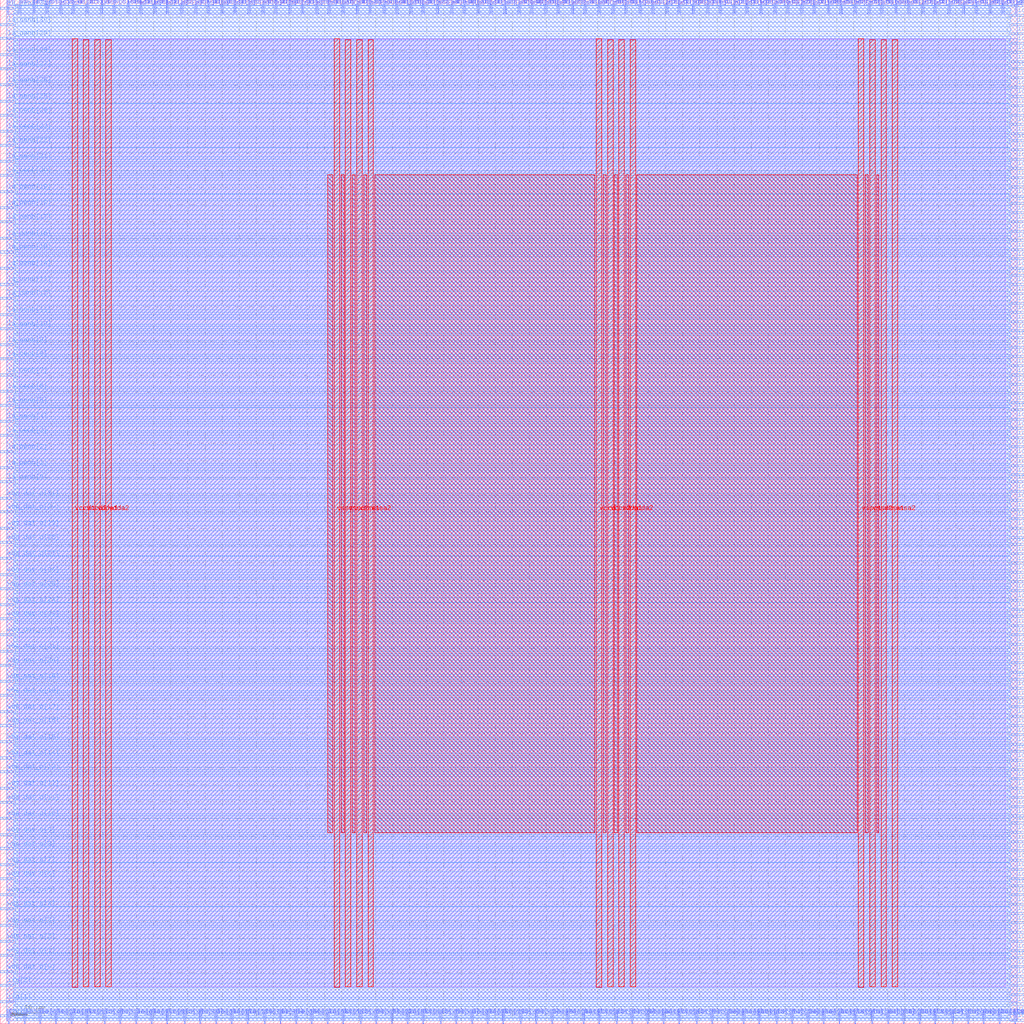
<source format=lef>
VERSION 5.7 ;
  NOWIREEXTENSIONATPIN ON ;
  DIVIDERCHAR "/" ;
  BUSBITCHARS "[]" ;
MACRO wrapped_pong
  CLASS BLOCK ;
  FOREIGN wrapped_pong ;
  ORIGIN 0.000 0.000 ;
  SIZE 300.000 BY 300.000 ;
  PIN active
    DIRECTION INPUT ;
    USE SIGNAL ;
    PORT
      LAYER met2 ;
        RECT 25.390 296.000 25.670 300.000 ;
    END
  END active
  PIN io_in[0]
    DIRECTION INPUT ;
    USE SIGNAL ;
    PORT
      LAYER met3 ;
        RECT 296.000 0.720 300.000 1.320 ;
    END
  END io_in[0]
  PIN io_in[10]
    DIRECTION INPUT ;
    USE SIGNAL ;
    PORT
      LAYER met3 ;
        RECT 296.000 79.600 300.000 80.200 ;
    END
  END io_in[10]
  PIN io_in[11]
    DIRECTION INPUT ;
    USE SIGNAL ;
    PORT
      LAYER met3 ;
        RECT 296.000 87.080 300.000 87.680 ;
    END
  END io_in[11]
  PIN io_in[12]
    DIRECTION INPUT ;
    USE SIGNAL ;
    PORT
      LAYER met3 ;
        RECT 296.000 95.240 300.000 95.840 ;
    END
  END io_in[12]
  PIN io_in[13]
    DIRECTION INPUT ;
    USE SIGNAL ;
    PORT
      LAYER met3 ;
        RECT 296.000 102.720 300.000 103.320 ;
    END
  END io_in[13]
  PIN io_in[14]
    DIRECTION INPUT ;
    USE SIGNAL ;
    PORT
      LAYER met3 ;
        RECT 296.000 110.880 300.000 111.480 ;
    END
  END io_in[14]
  PIN io_in[15]
    DIRECTION INPUT ;
    USE SIGNAL ;
    PORT
      LAYER met3 ;
        RECT 296.000 119.040 300.000 119.640 ;
    END
  END io_in[15]
  PIN io_in[16]
    DIRECTION INPUT ;
    USE SIGNAL ;
    PORT
      LAYER met3 ;
        RECT 296.000 126.520 300.000 127.120 ;
    END
  END io_in[16]
  PIN io_in[17]
    DIRECTION INPUT ;
    USE SIGNAL ;
    PORT
      LAYER met3 ;
        RECT 296.000 134.680 300.000 135.280 ;
    END
  END io_in[17]
  PIN io_in[18]
    DIRECTION INPUT ;
    USE SIGNAL ;
    PORT
      LAYER met3 ;
        RECT 296.000 142.160 300.000 142.760 ;
    END
  END io_in[18]
  PIN io_in[19]
    DIRECTION INPUT ;
    USE SIGNAL ;
    PORT
      LAYER met3 ;
        RECT 296.000 150.320 300.000 150.920 ;
    END
  END io_in[19]
  PIN io_in[1]
    DIRECTION INPUT ;
    USE SIGNAL ;
    PORT
      LAYER met3 ;
        RECT 296.000 8.200 300.000 8.800 ;
    END
  END io_in[1]
  PIN io_in[20]
    DIRECTION INPUT ;
    USE SIGNAL ;
    PORT
      LAYER met3 ;
        RECT 296.000 158.480 300.000 159.080 ;
    END
  END io_in[20]
  PIN io_in[21]
    DIRECTION INPUT ;
    USE SIGNAL ;
    PORT
      LAYER met3 ;
        RECT 296.000 165.960 300.000 166.560 ;
    END
  END io_in[21]
  PIN io_in[22]
    DIRECTION INPUT ;
    USE SIGNAL ;
    PORT
      LAYER met3 ;
        RECT 296.000 174.120 300.000 174.720 ;
    END
  END io_in[22]
  PIN io_in[23]
    DIRECTION INPUT ;
    USE SIGNAL ;
    PORT
      LAYER met3 ;
        RECT 296.000 181.600 300.000 182.200 ;
    END
  END io_in[23]
  PIN io_in[24]
    DIRECTION INPUT ;
    USE SIGNAL ;
    PORT
      LAYER met3 ;
        RECT 296.000 189.760 300.000 190.360 ;
    END
  END io_in[24]
  PIN io_in[25]
    DIRECTION INPUT ;
    USE SIGNAL ;
    PORT
      LAYER met3 ;
        RECT 296.000 197.920 300.000 198.520 ;
    END
  END io_in[25]
  PIN io_in[26]
    DIRECTION INPUT ;
    USE SIGNAL ;
    PORT
      LAYER met3 ;
        RECT 296.000 205.400 300.000 206.000 ;
    END
  END io_in[26]
  PIN io_in[27]
    DIRECTION INPUT ;
    USE SIGNAL ;
    PORT
      LAYER met3 ;
        RECT 296.000 213.560 300.000 214.160 ;
    END
  END io_in[27]
  PIN io_in[28]
    DIRECTION INPUT ;
    USE SIGNAL ;
    PORT
      LAYER met3 ;
        RECT 296.000 221.040 300.000 221.640 ;
    END
  END io_in[28]
  PIN io_in[29]
    DIRECTION INPUT ;
    USE SIGNAL ;
    PORT
      LAYER met3 ;
        RECT 296.000 229.200 300.000 229.800 ;
    END
  END io_in[29]
  PIN io_in[2]
    DIRECTION INPUT ;
    USE SIGNAL ;
    PORT
      LAYER met3 ;
        RECT 296.000 16.360 300.000 16.960 ;
    END
  END io_in[2]
  PIN io_in[30]
    DIRECTION INPUT ;
    USE SIGNAL ;
    PORT
      LAYER met3 ;
        RECT 296.000 237.360 300.000 237.960 ;
    END
  END io_in[30]
  PIN io_in[31]
    DIRECTION INPUT ;
    USE SIGNAL ;
    PORT
      LAYER met3 ;
        RECT 296.000 244.840 300.000 245.440 ;
    END
  END io_in[31]
  PIN io_in[32]
    DIRECTION INPUT ;
    USE SIGNAL ;
    PORT
      LAYER met3 ;
        RECT 296.000 253.000 300.000 253.600 ;
    END
  END io_in[32]
  PIN io_in[33]
    DIRECTION INPUT ;
    USE SIGNAL ;
    PORT
      LAYER met3 ;
        RECT 296.000 260.480 300.000 261.080 ;
    END
  END io_in[33]
  PIN io_in[34]
    DIRECTION INPUT ;
    USE SIGNAL ;
    PORT
      LAYER met3 ;
        RECT 296.000 268.640 300.000 269.240 ;
    END
  END io_in[34]
  PIN io_in[35]
    DIRECTION INPUT ;
    USE SIGNAL ;
    PORT
      LAYER met3 ;
        RECT 296.000 276.800 300.000 277.400 ;
    END
  END io_in[35]
  PIN io_in[36]
    DIRECTION INPUT ;
    USE SIGNAL ;
    PORT
      LAYER met3 ;
        RECT 296.000 284.280 300.000 284.880 ;
    END
  END io_in[36]
  PIN io_in[37]
    DIRECTION INPUT ;
    USE SIGNAL ;
    PORT
      LAYER met3 ;
        RECT 296.000 292.440 300.000 293.040 ;
    END
  END io_in[37]
  PIN io_in[3]
    DIRECTION INPUT ;
    USE SIGNAL ;
    PORT
      LAYER met3 ;
        RECT 296.000 23.840 300.000 24.440 ;
    END
  END io_in[3]
  PIN io_in[4]
    DIRECTION INPUT ;
    USE SIGNAL ;
    PORT
      LAYER met3 ;
        RECT 296.000 32.000 300.000 32.600 ;
    END
  END io_in[4]
  PIN io_in[5]
    DIRECTION INPUT ;
    USE SIGNAL ;
    PORT
      LAYER met3 ;
        RECT 296.000 40.160 300.000 40.760 ;
    END
  END io_in[5]
  PIN io_in[6]
    DIRECTION INPUT ;
    USE SIGNAL ;
    PORT
      LAYER met3 ;
        RECT 296.000 47.640 300.000 48.240 ;
    END
  END io_in[6]
  PIN io_in[7]
    DIRECTION INPUT ;
    USE SIGNAL ;
    PORT
      LAYER met3 ;
        RECT 296.000 55.800 300.000 56.400 ;
    END
  END io_in[7]
  PIN io_in[8]
    DIRECTION INPUT ;
    USE SIGNAL ;
    PORT
      LAYER met3 ;
        RECT 296.000 63.280 300.000 63.880 ;
    END
  END io_in[8]
  PIN io_in[9]
    DIRECTION INPUT ;
    USE SIGNAL ;
    PORT
      LAYER met3 ;
        RECT 296.000 71.440 300.000 72.040 ;
    END
  END io_in[9]
  PIN io_oeb[0]
    DIRECTION OUTPUT TRISTATE ;
    USE SIGNAL ;
    PORT
      LAYER met3 ;
        RECT 296.000 5.480 300.000 6.080 ;
    END
  END io_oeb[0]
  PIN io_oeb[10]
    DIRECTION OUTPUT TRISTATE ;
    USE SIGNAL ;
    PORT
      LAYER met3 ;
        RECT 296.000 84.360 300.000 84.960 ;
    END
  END io_oeb[10]
  PIN io_oeb[11]
    DIRECTION OUTPUT TRISTATE ;
    USE SIGNAL ;
    PORT
      LAYER met3 ;
        RECT 296.000 92.520 300.000 93.120 ;
    END
  END io_oeb[11]
  PIN io_oeb[12]
    DIRECTION OUTPUT TRISTATE ;
    USE SIGNAL ;
    PORT
      LAYER met3 ;
        RECT 296.000 100.680 300.000 101.280 ;
    END
  END io_oeb[12]
  PIN io_oeb[13]
    DIRECTION OUTPUT TRISTATE ;
    USE SIGNAL ;
    PORT
      LAYER met3 ;
        RECT 296.000 108.160 300.000 108.760 ;
    END
  END io_oeb[13]
  PIN io_oeb[14]
    DIRECTION OUTPUT TRISTATE ;
    USE SIGNAL ;
    PORT
      LAYER met3 ;
        RECT 296.000 116.320 300.000 116.920 ;
    END
  END io_oeb[14]
  PIN io_oeb[15]
    DIRECTION OUTPUT TRISTATE ;
    USE SIGNAL ;
    PORT
      LAYER met3 ;
        RECT 296.000 123.800 300.000 124.400 ;
    END
  END io_oeb[15]
  PIN io_oeb[16]
    DIRECTION OUTPUT TRISTATE ;
    USE SIGNAL ;
    PORT
      LAYER met3 ;
        RECT 296.000 131.960 300.000 132.560 ;
    END
  END io_oeb[16]
  PIN io_oeb[17]
    DIRECTION OUTPUT TRISTATE ;
    USE SIGNAL ;
    PORT
      LAYER met3 ;
        RECT 296.000 140.120 300.000 140.720 ;
    END
  END io_oeb[17]
  PIN io_oeb[18]
    DIRECTION OUTPUT TRISTATE ;
    USE SIGNAL ;
    PORT
      LAYER met3 ;
        RECT 296.000 147.600 300.000 148.200 ;
    END
  END io_oeb[18]
  PIN io_oeb[19]
    DIRECTION OUTPUT TRISTATE ;
    USE SIGNAL ;
    PORT
      LAYER met3 ;
        RECT 296.000 155.760 300.000 156.360 ;
    END
  END io_oeb[19]
  PIN io_oeb[1]
    DIRECTION OUTPUT TRISTATE ;
    USE SIGNAL ;
    PORT
      LAYER met3 ;
        RECT 296.000 13.640 300.000 14.240 ;
    END
  END io_oeb[1]
  PIN io_oeb[20]
    DIRECTION OUTPUT TRISTATE ;
    USE SIGNAL ;
    PORT
      LAYER met3 ;
        RECT 296.000 163.240 300.000 163.840 ;
    END
  END io_oeb[20]
  PIN io_oeb[21]
    DIRECTION OUTPUT TRISTATE ;
    USE SIGNAL ;
    PORT
      LAYER met3 ;
        RECT 296.000 171.400 300.000 172.000 ;
    END
  END io_oeb[21]
  PIN io_oeb[22]
    DIRECTION OUTPUT TRISTATE ;
    USE SIGNAL ;
    PORT
      LAYER met3 ;
        RECT 296.000 179.560 300.000 180.160 ;
    END
  END io_oeb[22]
  PIN io_oeb[23]
    DIRECTION OUTPUT TRISTATE ;
    USE SIGNAL ;
    PORT
      LAYER met3 ;
        RECT 296.000 187.040 300.000 187.640 ;
    END
  END io_oeb[23]
  PIN io_oeb[24]
    DIRECTION OUTPUT TRISTATE ;
    USE SIGNAL ;
    PORT
      LAYER met3 ;
        RECT 296.000 195.200 300.000 195.800 ;
    END
  END io_oeb[24]
  PIN io_oeb[25]
    DIRECTION OUTPUT TRISTATE ;
    USE SIGNAL ;
    PORT
      LAYER met3 ;
        RECT 296.000 202.680 300.000 203.280 ;
    END
  END io_oeb[25]
  PIN io_oeb[26]
    DIRECTION OUTPUT TRISTATE ;
    USE SIGNAL ;
    PORT
      LAYER met3 ;
        RECT 296.000 210.840 300.000 211.440 ;
    END
  END io_oeb[26]
  PIN io_oeb[27]
    DIRECTION OUTPUT TRISTATE ;
    USE SIGNAL ;
    PORT
      LAYER met3 ;
        RECT 296.000 219.000 300.000 219.600 ;
    END
  END io_oeb[27]
  PIN io_oeb[28]
    DIRECTION OUTPUT TRISTATE ;
    USE SIGNAL ;
    PORT
      LAYER met3 ;
        RECT 296.000 226.480 300.000 227.080 ;
    END
  END io_oeb[28]
  PIN io_oeb[29]
    DIRECTION OUTPUT TRISTATE ;
    USE SIGNAL ;
    PORT
      LAYER met3 ;
        RECT 296.000 234.640 300.000 235.240 ;
    END
  END io_oeb[29]
  PIN io_oeb[2]
    DIRECTION OUTPUT TRISTATE ;
    USE SIGNAL ;
    PORT
      LAYER met3 ;
        RECT 296.000 21.120 300.000 21.720 ;
    END
  END io_oeb[2]
  PIN io_oeb[30]
    DIRECTION OUTPUT TRISTATE ;
    USE SIGNAL ;
    PORT
      LAYER met3 ;
        RECT 296.000 242.120 300.000 242.720 ;
    END
  END io_oeb[30]
  PIN io_oeb[31]
    DIRECTION OUTPUT TRISTATE ;
    USE SIGNAL ;
    PORT
      LAYER met3 ;
        RECT 296.000 250.280 300.000 250.880 ;
    END
  END io_oeb[31]
  PIN io_oeb[32]
    DIRECTION OUTPUT TRISTATE ;
    USE SIGNAL ;
    PORT
      LAYER met3 ;
        RECT 296.000 258.440 300.000 259.040 ;
    END
  END io_oeb[32]
  PIN io_oeb[33]
    DIRECTION OUTPUT TRISTATE ;
    USE SIGNAL ;
    PORT
      LAYER met3 ;
        RECT 296.000 265.920 300.000 266.520 ;
    END
  END io_oeb[33]
  PIN io_oeb[34]
    DIRECTION OUTPUT TRISTATE ;
    USE SIGNAL ;
    PORT
      LAYER met3 ;
        RECT 296.000 274.080 300.000 274.680 ;
    END
  END io_oeb[34]
  PIN io_oeb[35]
    DIRECTION OUTPUT TRISTATE ;
    USE SIGNAL ;
    PORT
      LAYER met3 ;
        RECT 296.000 281.560 300.000 282.160 ;
    END
  END io_oeb[35]
  PIN io_oeb[36]
    DIRECTION OUTPUT TRISTATE ;
    USE SIGNAL ;
    PORT
      LAYER met3 ;
        RECT 296.000 289.720 300.000 290.320 ;
    END
  END io_oeb[36]
  PIN io_oeb[37]
    DIRECTION OUTPUT TRISTATE ;
    USE SIGNAL ;
    PORT
      LAYER met3 ;
        RECT 296.000 297.880 300.000 298.480 ;
    END
  END io_oeb[37]
  PIN io_oeb[3]
    DIRECTION OUTPUT TRISTATE ;
    USE SIGNAL ;
    PORT
      LAYER met3 ;
        RECT 296.000 29.280 300.000 29.880 ;
    END
  END io_oeb[3]
  PIN io_oeb[4]
    DIRECTION OUTPUT TRISTATE ;
    USE SIGNAL ;
    PORT
      LAYER met3 ;
        RECT 296.000 37.440 300.000 38.040 ;
    END
  END io_oeb[4]
  PIN io_oeb[5]
    DIRECTION OUTPUT TRISTATE ;
    USE SIGNAL ;
    PORT
      LAYER met3 ;
        RECT 296.000 44.920 300.000 45.520 ;
    END
  END io_oeb[5]
  PIN io_oeb[6]
    DIRECTION OUTPUT TRISTATE ;
    USE SIGNAL ;
    PORT
      LAYER met3 ;
        RECT 296.000 53.080 300.000 53.680 ;
    END
  END io_oeb[6]
  PIN io_oeb[7]
    DIRECTION OUTPUT TRISTATE ;
    USE SIGNAL ;
    PORT
      LAYER met3 ;
        RECT 296.000 60.560 300.000 61.160 ;
    END
  END io_oeb[7]
  PIN io_oeb[8]
    DIRECTION OUTPUT TRISTATE ;
    USE SIGNAL ;
    PORT
      LAYER met3 ;
        RECT 296.000 68.720 300.000 69.320 ;
    END
  END io_oeb[8]
  PIN io_oeb[9]
    DIRECTION OUTPUT TRISTATE ;
    USE SIGNAL ;
    PORT
      LAYER met3 ;
        RECT 296.000 76.880 300.000 77.480 ;
    END
  END io_oeb[9]
  PIN io_out[0]
    DIRECTION OUTPUT TRISTATE ;
    USE SIGNAL ;
    PORT
      LAYER met3 ;
        RECT 296.000 2.760 300.000 3.360 ;
    END
  END io_out[0]
  PIN io_out[10]
    DIRECTION OUTPUT TRISTATE ;
    USE SIGNAL ;
    PORT
      LAYER met3 ;
        RECT 296.000 81.640 300.000 82.240 ;
    END
  END io_out[10]
  PIN io_out[11]
    DIRECTION OUTPUT TRISTATE ;
    USE SIGNAL ;
    PORT
      LAYER met3 ;
        RECT 296.000 89.800 300.000 90.400 ;
    END
  END io_out[11]
  PIN io_out[12]
    DIRECTION OUTPUT TRISTATE ;
    USE SIGNAL ;
    PORT
      LAYER met3 ;
        RECT 296.000 97.960 300.000 98.560 ;
    END
  END io_out[12]
  PIN io_out[13]
    DIRECTION OUTPUT TRISTATE ;
    USE SIGNAL ;
    PORT
      LAYER met3 ;
        RECT 296.000 105.440 300.000 106.040 ;
    END
  END io_out[13]
  PIN io_out[14]
    DIRECTION OUTPUT TRISTATE ;
    USE SIGNAL ;
    PORT
      LAYER met3 ;
        RECT 296.000 113.600 300.000 114.200 ;
    END
  END io_out[14]
  PIN io_out[15]
    DIRECTION OUTPUT TRISTATE ;
    USE SIGNAL ;
    PORT
      LAYER met3 ;
        RECT 296.000 121.080 300.000 121.680 ;
    END
  END io_out[15]
  PIN io_out[16]
    DIRECTION OUTPUT TRISTATE ;
    USE SIGNAL ;
    PORT
      LAYER met3 ;
        RECT 296.000 129.240 300.000 129.840 ;
    END
  END io_out[16]
  PIN io_out[17]
    DIRECTION OUTPUT TRISTATE ;
    USE SIGNAL ;
    PORT
      LAYER met3 ;
        RECT 296.000 137.400 300.000 138.000 ;
    END
  END io_out[17]
  PIN io_out[18]
    DIRECTION OUTPUT TRISTATE ;
    USE SIGNAL ;
    PORT
      LAYER met3 ;
        RECT 296.000 144.880 300.000 145.480 ;
    END
  END io_out[18]
  PIN io_out[19]
    DIRECTION OUTPUT TRISTATE ;
    USE SIGNAL ;
    PORT
      LAYER met3 ;
        RECT 296.000 153.040 300.000 153.640 ;
    END
  END io_out[19]
  PIN io_out[1]
    DIRECTION OUTPUT TRISTATE ;
    USE SIGNAL ;
    PORT
      LAYER met3 ;
        RECT 296.000 10.920 300.000 11.520 ;
    END
  END io_out[1]
  PIN io_out[20]
    DIRECTION OUTPUT TRISTATE ;
    USE SIGNAL ;
    PORT
      LAYER met3 ;
        RECT 296.000 160.520 300.000 161.120 ;
    END
  END io_out[20]
  PIN io_out[21]
    DIRECTION OUTPUT TRISTATE ;
    USE SIGNAL ;
    PORT
      LAYER met3 ;
        RECT 296.000 168.680 300.000 169.280 ;
    END
  END io_out[21]
  PIN io_out[22]
    DIRECTION OUTPUT TRISTATE ;
    USE SIGNAL ;
    PORT
      LAYER met3 ;
        RECT 296.000 176.840 300.000 177.440 ;
    END
  END io_out[22]
  PIN io_out[23]
    DIRECTION OUTPUT TRISTATE ;
    USE SIGNAL ;
    PORT
      LAYER met3 ;
        RECT 296.000 184.320 300.000 184.920 ;
    END
  END io_out[23]
  PIN io_out[24]
    DIRECTION OUTPUT TRISTATE ;
    USE SIGNAL ;
    PORT
      LAYER met3 ;
        RECT 296.000 192.480 300.000 193.080 ;
    END
  END io_out[24]
  PIN io_out[25]
    DIRECTION OUTPUT TRISTATE ;
    USE SIGNAL ;
    PORT
      LAYER met3 ;
        RECT 296.000 200.640 300.000 201.240 ;
    END
  END io_out[25]
  PIN io_out[26]
    DIRECTION OUTPUT TRISTATE ;
    USE SIGNAL ;
    PORT
      LAYER met3 ;
        RECT 296.000 208.120 300.000 208.720 ;
    END
  END io_out[26]
  PIN io_out[27]
    DIRECTION OUTPUT TRISTATE ;
    USE SIGNAL ;
    PORT
      LAYER met3 ;
        RECT 296.000 216.280 300.000 216.880 ;
    END
  END io_out[27]
  PIN io_out[28]
    DIRECTION OUTPUT TRISTATE ;
    USE SIGNAL ;
    PORT
      LAYER met3 ;
        RECT 296.000 223.760 300.000 224.360 ;
    END
  END io_out[28]
  PIN io_out[29]
    DIRECTION OUTPUT TRISTATE ;
    USE SIGNAL ;
    PORT
      LAYER met3 ;
        RECT 296.000 231.920 300.000 232.520 ;
    END
  END io_out[29]
  PIN io_out[2]
    DIRECTION OUTPUT TRISTATE ;
    USE SIGNAL ;
    PORT
      LAYER met3 ;
        RECT 296.000 19.080 300.000 19.680 ;
    END
  END io_out[2]
  PIN io_out[30]
    DIRECTION OUTPUT TRISTATE ;
    USE SIGNAL ;
    PORT
      LAYER met3 ;
        RECT 296.000 240.080 300.000 240.680 ;
    END
  END io_out[30]
  PIN io_out[31]
    DIRECTION OUTPUT TRISTATE ;
    USE SIGNAL ;
    PORT
      LAYER met3 ;
        RECT 296.000 247.560 300.000 248.160 ;
    END
  END io_out[31]
  PIN io_out[32]
    DIRECTION OUTPUT TRISTATE ;
    USE SIGNAL ;
    PORT
      LAYER met3 ;
        RECT 296.000 255.720 300.000 256.320 ;
    END
  END io_out[32]
  PIN io_out[33]
    DIRECTION OUTPUT TRISTATE ;
    USE SIGNAL ;
    PORT
      LAYER met3 ;
        RECT 296.000 263.200 300.000 263.800 ;
    END
  END io_out[33]
  PIN io_out[34]
    DIRECTION OUTPUT TRISTATE ;
    USE SIGNAL ;
    PORT
      LAYER met3 ;
        RECT 296.000 271.360 300.000 271.960 ;
    END
  END io_out[34]
  PIN io_out[35]
    DIRECTION OUTPUT TRISTATE ;
    USE SIGNAL ;
    PORT
      LAYER met3 ;
        RECT 296.000 279.520 300.000 280.120 ;
    END
  END io_out[35]
  PIN io_out[36]
    DIRECTION OUTPUT TRISTATE ;
    USE SIGNAL ;
    PORT
      LAYER met3 ;
        RECT 296.000 287.000 300.000 287.600 ;
    END
  END io_out[36]
  PIN io_out[37]
    DIRECTION OUTPUT TRISTATE ;
    USE SIGNAL ;
    PORT
      LAYER met3 ;
        RECT 296.000 295.160 300.000 295.760 ;
    END
  END io_out[37]
  PIN io_out[3]
    DIRECTION OUTPUT TRISTATE ;
    USE SIGNAL ;
    PORT
      LAYER met3 ;
        RECT 296.000 26.560 300.000 27.160 ;
    END
  END io_out[3]
  PIN io_out[4]
    DIRECTION OUTPUT TRISTATE ;
    USE SIGNAL ;
    PORT
      LAYER met3 ;
        RECT 296.000 34.720 300.000 35.320 ;
    END
  END io_out[4]
  PIN io_out[5]
    DIRECTION OUTPUT TRISTATE ;
    USE SIGNAL ;
    PORT
      LAYER met3 ;
        RECT 296.000 42.200 300.000 42.800 ;
    END
  END io_out[5]
  PIN io_out[6]
    DIRECTION OUTPUT TRISTATE ;
    USE SIGNAL ;
    PORT
      LAYER met3 ;
        RECT 296.000 50.360 300.000 50.960 ;
    END
  END io_out[6]
  PIN io_out[7]
    DIRECTION OUTPUT TRISTATE ;
    USE SIGNAL ;
    PORT
      LAYER met3 ;
        RECT 296.000 58.520 300.000 59.120 ;
    END
  END io_out[7]
  PIN io_out[8]
    DIRECTION OUTPUT TRISTATE ;
    USE SIGNAL ;
    PORT
      LAYER met3 ;
        RECT 296.000 66.000 300.000 66.600 ;
    END
  END io_out[8]
  PIN io_out[9]
    DIRECTION OUTPUT TRISTATE ;
    USE SIGNAL ;
    PORT
      LAYER met3 ;
        RECT 296.000 74.160 300.000 74.760 ;
    END
  END io_out[9]
  PIN irq[0]
    DIRECTION OUTPUT TRISTATE ;
    USE SIGNAL ;
    PORT
      LAYER met3 ;
        RECT 0.000 2.080 4.000 2.680 ;
    END
  END irq[0]
  PIN irq[1]
    DIRECTION OUTPUT TRISTATE ;
    USE SIGNAL ;
    PORT
      LAYER met3 ;
        RECT 0.000 6.160 4.000 6.760 ;
    END
  END irq[1]
  PIN irq[2]
    DIRECTION OUTPUT TRISTATE ;
    USE SIGNAL ;
    PORT
      LAYER met3 ;
        RECT 0.000 10.920 4.000 11.520 ;
    END
  END irq[2]
  PIN la_data_in[0]
    DIRECTION INPUT ;
    USE SIGNAL ;
    PORT
      LAYER met2 ;
        RECT 2.390 0.000 2.670 4.000 ;
    END
  END la_data_in[0]
  PIN la_data_in[10]
    DIRECTION INPUT ;
    USE SIGNAL ;
    PORT
      LAYER met2 ;
        RECT 48.850 0.000 49.130 4.000 ;
    END
  END la_data_in[10]
  PIN la_data_in[11]
    DIRECTION INPUT ;
    USE SIGNAL ;
    PORT
      LAYER met2 ;
        RECT 53.910 0.000 54.190 4.000 ;
    END
  END la_data_in[11]
  PIN la_data_in[12]
    DIRECTION INPUT ;
    USE SIGNAL ;
    PORT
      LAYER met2 ;
        RECT 58.510 0.000 58.790 4.000 ;
    END
  END la_data_in[12]
  PIN la_data_in[13]
    DIRECTION INPUT ;
    USE SIGNAL ;
    PORT
      LAYER met2 ;
        RECT 63.110 0.000 63.390 4.000 ;
    END
  END la_data_in[13]
  PIN la_data_in[14]
    DIRECTION INPUT ;
    USE SIGNAL ;
    PORT
      LAYER met2 ;
        RECT 67.710 0.000 67.990 4.000 ;
    END
  END la_data_in[14]
  PIN la_data_in[15]
    DIRECTION INPUT ;
    USE SIGNAL ;
    PORT
      LAYER met2 ;
        RECT 72.310 0.000 72.590 4.000 ;
    END
  END la_data_in[15]
  PIN la_data_in[16]
    DIRECTION INPUT ;
    USE SIGNAL ;
    PORT
      LAYER met2 ;
        RECT 77.370 0.000 77.650 4.000 ;
    END
  END la_data_in[16]
  PIN la_data_in[17]
    DIRECTION INPUT ;
    USE SIGNAL ;
    PORT
      LAYER met2 ;
        RECT 81.970 0.000 82.250 4.000 ;
    END
  END la_data_in[17]
  PIN la_data_in[18]
    DIRECTION INPUT ;
    USE SIGNAL ;
    PORT
      LAYER met2 ;
        RECT 86.570 0.000 86.850 4.000 ;
    END
  END la_data_in[18]
  PIN la_data_in[19]
    DIRECTION INPUT ;
    USE SIGNAL ;
    PORT
      LAYER met2 ;
        RECT 91.170 0.000 91.450 4.000 ;
    END
  END la_data_in[19]
  PIN la_data_in[1]
    DIRECTION INPUT ;
    USE SIGNAL ;
    PORT
      LAYER met2 ;
        RECT 6.990 0.000 7.270 4.000 ;
    END
  END la_data_in[1]
  PIN la_data_in[20]
    DIRECTION INPUT ;
    USE SIGNAL ;
    PORT
      LAYER met2 ;
        RECT 95.770 0.000 96.050 4.000 ;
    END
  END la_data_in[20]
  PIN la_data_in[21]
    DIRECTION INPUT ;
    USE SIGNAL ;
    PORT
      LAYER met2 ;
        RECT 100.370 0.000 100.650 4.000 ;
    END
  END la_data_in[21]
  PIN la_data_in[22]
    DIRECTION INPUT ;
    USE SIGNAL ;
    PORT
      LAYER met2 ;
        RECT 105.430 0.000 105.710 4.000 ;
    END
  END la_data_in[22]
  PIN la_data_in[23]
    DIRECTION INPUT ;
    USE SIGNAL ;
    PORT
      LAYER met2 ;
        RECT 110.030 0.000 110.310 4.000 ;
    END
  END la_data_in[23]
  PIN la_data_in[24]
    DIRECTION INPUT ;
    USE SIGNAL ;
    PORT
      LAYER met2 ;
        RECT 114.630 0.000 114.910 4.000 ;
    END
  END la_data_in[24]
  PIN la_data_in[25]
    DIRECTION INPUT ;
    USE SIGNAL ;
    PORT
      LAYER met2 ;
        RECT 119.230 0.000 119.510 4.000 ;
    END
  END la_data_in[25]
  PIN la_data_in[26]
    DIRECTION INPUT ;
    USE SIGNAL ;
    PORT
      LAYER met2 ;
        RECT 123.830 0.000 124.110 4.000 ;
    END
  END la_data_in[26]
  PIN la_data_in[27]
    DIRECTION INPUT ;
    USE SIGNAL ;
    PORT
      LAYER met2 ;
        RECT 128.890 0.000 129.170 4.000 ;
    END
  END la_data_in[27]
  PIN la_data_in[28]
    DIRECTION INPUT ;
    USE SIGNAL ;
    PORT
      LAYER met2 ;
        RECT 133.490 0.000 133.770 4.000 ;
    END
  END la_data_in[28]
  PIN la_data_in[29]
    DIRECTION INPUT ;
    USE SIGNAL ;
    PORT
      LAYER met2 ;
        RECT 138.090 0.000 138.370 4.000 ;
    END
  END la_data_in[29]
  PIN la_data_in[2]
    DIRECTION INPUT ;
    USE SIGNAL ;
    PORT
      LAYER met2 ;
        RECT 11.590 0.000 11.870 4.000 ;
    END
  END la_data_in[2]
  PIN la_data_in[30]
    DIRECTION INPUT ;
    USE SIGNAL ;
    PORT
      LAYER met2 ;
        RECT 142.690 0.000 142.970 4.000 ;
    END
  END la_data_in[30]
  PIN la_data_in[31]
    DIRECTION INPUT ;
    USE SIGNAL ;
    PORT
      LAYER met2 ;
        RECT 147.290 0.000 147.570 4.000 ;
    END
  END la_data_in[31]
  PIN la_data_in[3]
    DIRECTION INPUT ;
    USE SIGNAL ;
    PORT
      LAYER met2 ;
        RECT 16.190 0.000 16.470 4.000 ;
    END
  END la_data_in[3]
  PIN la_data_in[4]
    DIRECTION INPUT ;
    USE SIGNAL ;
    PORT
      LAYER met2 ;
        RECT 20.790 0.000 21.070 4.000 ;
    END
  END la_data_in[4]
  PIN la_data_in[5]
    DIRECTION INPUT ;
    USE SIGNAL ;
    PORT
      LAYER met2 ;
        RECT 25.390 0.000 25.670 4.000 ;
    END
  END la_data_in[5]
  PIN la_data_in[6]
    DIRECTION INPUT ;
    USE SIGNAL ;
    PORT
      LAYER met2 ;
        RECT 30.450 0.000 30.730 4.000 ;
    END
  END la_data_in[6]
  PIN la_data_in[7]
    DIRECTION INPUT ;
    USE SIGNAL ;
    PORT
      LAYER met2 ;
        RECT 35.050 0.000 35.330 4.000 ;
    END
  END la_data_in[7]
  PIN la_data_in[8]
    DIRECTION INPUT ;
    USE SIGNAL ;
    PORT
      LAYER met2 ;
        RECT 39.650 0.000 39.930 4.000 ;
    END
  END la_data_in[8]
  PIN la_data_in[9]
    DIRECTION INPUT ;
    USE SIGNAL ;
    PORT
      LAYER met2 ;
        RECT 44.250 0.000 44.530 4.000 ;
    END
  END la_data_in[9]
  PIN la_data_out[0]
    DIRECTION OUTPUT TRISTATE ;
    USE SIGNAL ;
    PORT
      LAYER met2 ;
        RECT 152.350 0.000 152.630 4.000 ;
    END
  END la_data_out[0]
  PIN la_data_out[10]
    DIRECTION OUTPUT TRISTATE ;
    USE SIGNAL ;
    PORT
      LAYER met2 ;
        RECT 198.810 0.000 199.090 4.000 ;
    END
  END la_data_out[10]
  PIN la_data_out[11]
    DIRECTION OUTPUT TRISTATE ;
    USE SIGNAL ;
    PORT
      LAYER met2 ;
        RECT 203.870 0.000 204.150 4.000 ;
    END
  END la_data_out[11]
  PIN la_data_out[12]
    DIRECTION OUTPUT TRISTATE ;
    USE SIGNAL ;
    PORT
      LAYER met2 ;
        RECT 208.470 0.000 208.750 4.000 ;
    END
  END la_data_out[12]
  PIN la_data_out[13]
    DIRECTION OUTPUT TRISTATE ;
    USE SIGNAL ;
    PORT
      LAYER met2 ;
        RECT 213.070 0.000 213.350 4.000 ;
    END
  END la_data_out[13]
  PIN la_data_out[14]
    DIRECTION OUTPUT TRISTATE ;
    USE SIGNAL ;
    PORT
      LAYER met2 ;
        RECT 217.670 0.000 217.950 4.000 ;
    END
  END la_data_out[14]
  PIN la_data_out[15]
    DIRECTION OUTPUT TRISTATE ;
    USE SIGNAL ;
    PORT
      LAYER met2 ;
        RECT 222.270 0.000 222.550 4.000 ;
    END
  END la_data_out[15]
  PIN la_data_out[16]
    DIRECTION OUTPUT TRISTATE ;
    USE SIGNAL ;
    PORT
      LAYER met2 ;
        RECT 227.330 0.000 227.610 4.000 ;
    END
  END la_data_out[16]
  PIN la_data_out[17]
    DIRECTION OUTPUT TRISTATE ;
    USE SIGNAL ;
    PORT
      LAYER met2 ;
        RECT 231.930 0.000 232.210 4.000 ;
    END
  END la_data_out[17]
  PIN la_data_out[18]
    DIRECTION OUTPUT TRISTATE ;
    USE SIGNAL ;
    PORT
      LAYER met2 ;
        RECT 236.530 0.000 236.810 4.000 ;
    END
  END la_data_out[18]
  PIN la_data_out[19]
    DIRECTION OUTPUT TRISTATE ;
    USE SIGNAL ;
    PORT
      LAYER met2 ;
        RECT 241.130 0.000 241.410 4.000 ;
    END
  END la_data_out[19]
  PIN la_data_out[1]
    DIRECTION OUTPUT TRISTATE ;
    USE SIGNAL ;
    PORT
      LAYER met2 ;
        RECT 156.950 0.000 157.230 4.000 ;
    END
  END la_data_out[1]
  PIN la_data_out[20]
    DIRECTION OUTPUT TRISTATE ;
    USE SIGNAL ;
    PORT
      LAYER met2 ;
        RECT 245.730 0.000 246.010 4.000 ;
    END
  END la_data_out[20]
  PIN la_data_out[21]
    DIRECTION OUTPUT TRISTATE ;
    USE SIGNAL ;
    PORT
      LAYER met2 ;
        RECT 250.330 0.000 250.610 4.000 ;
    END
  END la_data_out[21]
  PIN la_data_out[22]
    DIRECTION OUTPUT TRISTATE ;
    USE SIGNAL ;
    PORT
      LAYER met2 ;
        RECT 255.390 0.000 255.670 4.000 ;
    END
  END la_data_out[22]
  PIN la_data_out[23]
    DIRECTION OUTPUT TRISTATE ;
    USE SIGNAL ;
    PORT
      LAYER met2 ;
        RECT 259.990 0.000 260.270 4.000 ;
    END
  END la_data_out[23]
  PIN la_data_out[24]
    DIRECTION OUTPUT TRISTATE ;
    USE SIGNAL ;
    PORT
      LAYER met2 ;
        RECT 264.590 0.000 264.870 4.000 ;
    END
  END la_data_out[24]
  PIN la_data_out[25]
    DIRECTION OUTPUT TRISTATE ;
    USE SIGNAL ;
    PORT
      LAYER met2 ;
        RECT 269.190 0.000 269.470 4.000 ;
    END
  END la_data_out[25]
  PIN la_data_out[26]
    DIRECTION OUTPUT TRISTATE ;
    USE SIGNAL ;
    PORT
      LAYER met2 ;
        RECT 273.790 0.000 274.070 4.000 ;
    END
  END la_data_out[26]
  PIN la_data_out[27]
    DIRECTION OUTPUT TRISTATE ;
    USE SIGNAL ;
    PORT
      LAYER met2 ;
        RECT 278.850 0.000 279.130 4.000 ;
    END
  END la_data_out[27]
  PIN la_data_out[28]
    DIRECTION OUTPUT TRISTATE ;
    USE SIGNAL ;
    PORT
      LAYER met2 ;
        RECT 283.450 0.000 283.730 4.000 ;
    END
  END la_data_out[28]
  PIN la_data_out[29]
    DIRECTION OUTPUT TRISTATE ;
    USE SIGNAL ;
    PORT
      LAYER met2 ;
        RECT 288.050 0.000 288.330 4.000 ;
    END
  END la_data_out[29]
  PIN la_data_out[2]
    DIRECTION OUTPUT TRISTATE ;
    USE SIGNAL ;
    PORT
      LAYER met2 ;
        RECT 161.550 0.000 161.830 4.000 ;
    END
  END la_data_out[2]
  PIN la_data_out[30]
    DIRECTION OUTPUT TRISTATE ;
    USE SIGNAL ;
    PORT
      LAYER met2 ;
        RECT 292.650 0.000 292.930 4.000 ;
    END
  END la_data_out[30]
  PIN la_data_out[31]
    DIRECTION OUTPUT TRISTATE ;
    USE SIGNAL ;
    PORT
      LAYER met2 ;
        RECT 297.250 0.000 297.530 4.000 ;
    END
  END la_data_out[31]
  PIN la_data_out[3]
    DIRECTION OUTPUT TRISTATE ;
    USE SIGNAL ;
    PORT
      LAYER met2 ;
        RECT 166.150 0.000 166.430 4.000 ;
    END
  END la_data_out[3]
  PIN la_data_out[4]
    DIRECTION OUTPUT TRISTATE ;
    USE SIGNAL ;
    PORT
      LAYER met2 ;
        RECT 170.750 0.000 171.030 4.000 ;
    END
  END la_data_out[4]
  PIN la_data_out[5]
    DIRECTION OUTPUT TRISTATE ;
    USE SIGNAL ;
    PORT
      LAYER met2 ;
        RECT 175.350 0.000 175.630 4.000 ;
    END
  END la_data_out[5]
  PIN la_data_out[6]
    DIRECTION OUTPUT TRISTATE ;
    USE SIGNAL ;
    PORT
      LAYER met2 ;
        RECT 180.410 0.000 180.690 4.000 ;
    END
  END la_data_out[6]
  PIN la_data_out[7]
    DIRECTION OUTPUT TRISTATE ;
    USE SIGNAL ;
    PORT
      LAYER met2 ;
        RECT 185.010 0.000 185.290 4.000 ;
    END
  END la_data_out[7]
  PIN la_data_out[8]
    DIRECTION OUTPUT TRISTATE ;
    USE SIGNAL ;
    PORT
      LAYER met2 ;
        RECT 189.610 0.000 189.890 4.000 ;
    END
  END la_data_out[8]
  PIN la_data_out[9]
    DIRECTION OUTPUT TRISTATE ;
    USE SIGNAL ;
    PORT
      LAYER met2 ;
        RECT 194.210 0.000 194.490 4.000 ;
    END
  END la_data_out[9]
  PIN la_oenb[0]
    DIRECTION INPUT ;
    USE SIGNAL ;
    PORT
      LAYER met3 ;
        RECT 0.000 158.480 4.000 159.080 ;
    END
  END la_oenb[0]
  PIN la_oenb[10]
    DIRECTION INPUT ;
    USE SIGNAL ;
    PORT
      LAYER met3 ;
        RECT 0.000 203.360 4.000 203.960 ;
    END
  END la_oenb[10]
  PIN la_oenb[11]
    DIRECTION INPUT ;
    USE SIGNAL ;
    PORT
      LAYER met3 ;
        RECT 0.000 207.440 4.000 208.040 ;
    END
  END la_oenb[11]
  PIN la_oenb[12]
    DIRECTION INPUT ;
    USE SIGNAL ;
    PORT
      LAYER met3 ;
        RECT 0.000 212.200 4.000 212.800 ;
    END
  END la_oenb[12]
  PIN la_oenb[13]
    DIRECTION INPUT ;
    USE SIGNAL ;
    PORT
      LAYER met3 ;
        RECT 0.000 216.280 4.000 216.880 ;
    END
  END la_oenb[13]
  PIN la_oenb[14]
    DIRECTION INPUT ;
    USE SIGNAL ;
    PORT
      LAYER met3 ;
        RECT 0.000 221.040 4.000 221.640 ;
    END
  END la_oenb[14]
  PIN la_oenb[15]
    DIRECTION INPUT ;
    USE SIGNAL ;
    PORT
      LAYER met3 ;
        RECT 0.000 225.800 4.000 226.400 ;
    END
  END la_oenb[15]
  PIN la_oenb[16]
    DIRECTION INPUT ;
    USE SIGNAL ;
    PORT
      LAYER met3 ;
        RECT 0.000 229.880 4.000 230.480 ;
    END
  END la_oenb[16]
  PIN la_oenb[17]
    DIRECTION INPUT ;
    USE SIGNAL ;
    PORT
      LAYER met3 ;
        RECT 0.000 234.640 4.000 235.240 ;
    END
  END la_oenb[17]
  PIN la_oenb[18]
    DIRECTION INPUT ;
    USE SIGNAL ;
    PORT
      LAYER met3 ;
        RECT 0.000 238.720 4.000 239.320 ;
    END
  END la_oenb[18]
  PIN la_oenb[19]
    DIRECTION INPUT ;
    USE SIGNAL ;
    PORT
      LAYER met3 ;
        RECT 0.000 243.480 4.000 244.080 ;
    END
  END la_oenb[19]
  PIN la_oenb[1]
    DIRECTION INPUT ;
    USE SIGNAL ;
    PORT
      LAYER met3 ;
        RECT 0.000 162.560 4.000 163.160 ;
    END
  END la_oenb[1]
  PIN la_oenb[20]
    DIRECTION INPUT ;
    USE SIGNAL ;
    PORT
      LAYER met3 ;
        RECT 0.000 248.240 4.000 248.840 ;
    END
  END la_oenb[20]
  PIN la_oenb[21]
    DIRECTION INPUT ;
    USE SIGNAL ;
    PORT
      LAYER met3 ;
        RECT 0.000 252.320 4.000 252.920 ;
    END
  END la_oenb[21]
  PIN la_oenb[22]
    DIRECTION INPUT ;
    USE SIGNAL ;
    PORT
      LAYER met3 ;
        RECT 0.000 257.080 4.000 257.680 ;
    END
  END la_oenb[22]
  PIN la_oenb[23]
    DIRECTION INPUT ;
    USE SIGNAL ;
    PORT
      LAYER met3 ;
        RECT 0.000 261.160 4.000 261.760 ;
    END
  END la_oenb[23]
  PIN la_oenb[24]
    DIRECTION INPUT ;
    USE SIGNAL ;
    PORT
      LAYER met3 ;
        RECT 0.000 265.920 4.000 266.520 ;
    END
  END la_oenb[24]
  PIN la_oenb[25]
    DIRECTION INPUT ;
    USE SIGNAL ;
    PORT
      LAYER met3 ;
        RECT 0.000 270.000 4.000 270.600 ;
    END
  END la_oenb[25]
  PIN la_oenb[26]
    DIRECTION INPUT ;
    USE SIGNAL ;
    PORT
      LAYER met3 ;
        RECT 0.000 274.760 4.000 275.360 ;
    END
  END la_oenb[26]
  PIN la_oenb[27]
    DIRECTION INPUT ;
    USE SIGNAL ;
    PORT
      LAYER met3 ;
        RECT 0.000 279.520 4.000 280.120 ;
    END
  END la_oenb[27]
  PIN la_oenb[28]
    DIRECTION INPUT ;
    USE SIGNAL ;
    PORT
      LAYER met3 ;
        RECT 0.000 283.600 4.000 284.200 ;
    END
  END la_oenb[28]
  PIN la_oenb[29]
    DIRECTION INPUT ;
    USE SIGNAL ;
    PORT
      LAYER met3 ;
        RECT 0.000 288.360 4.000 288.960 ;
    END
  END la_oenb[29]
  PIN la_oenb[2]
    DIRECTION INPUT ;
    USE SIGNAL ;
    PORT
      LAYER met3 ;
        RECT 0.000 167.320 4.000 167.920 ;
    END
  END la_oenb[2]
  PIN la_oenb[30]
    DIRECTION INPUT ;
    USE SIGNAL ;
    PORT
      LAYER met3 ;
        RECT 0.000 292.440 4.000 293.040 ;
    END
  END la_oenb[30]
  PIN la_oenb[31]
    DIRECTION INPUT ;
    USE SIGNAL ;
    PORT
      LAYER met3 ;
        RECT 0.000 297.200 4.000 297.800 ;
    END
  END la_oenb[31]
  PIN la_oenb[3]
    DIRECTION INPUT ;
    USE SIGNAL ;
    PORT
      LAYER met3 ;
        RECT 0.000 172.080 4.000 172.680 ;
    END
  END la_oenb[3]
  PIN la_oenb[4]
    DIRECTION INPUT ;
    USE SIGNAL ;
    PORT
      LAYER met3 ;
        RECT 0.000 176.160 4.000 176.760 ;
    END
  END la_oenb[4]
  PIN la_oenb[5]
    DIRECTION INPUT ;
    USE SIGNAL ;
    PORT
      LAYER met3 ;
        RECT 0.000 180.920 4.000 181.520 ;
    END
  END la_oenb[5]
  PIN la_oenb[6]
    DIRECTION INPUT ;
    USE SIGNAL ;
    PORT
      LAYER met3 ;
        RECT 0.000 185.000 4.000 185.600 ;
    END
  END la_oenb[6]
  PIN la_oenb[7]
    DIRECTION INPUT ;
    USE SIGNAL ;
    PORT
      LAYER met3 ;
        RECT 0.000 189.760 4.000 190.360 ;
    END
  END la_oenb[7]
  PIN la_oenb[8]
    DIRECTION INPUT ;
    USE SIGNAL ;
    PORT
      LAYER met3 ;
        RECT 0.000 194.520 4.000 195.120 ;
    END
  END la_oenb[8]
  PIN la_oenb[9]
    DIRECTION INPUT ;
    USE SIGNAL ;
    PORT
      LAYER met3 ;
        RECT 0.000 198.600 4.000 199.200 ;
    END
  END la_oenb[9]
  PIN user_clock2
    DIRECTION INPUT ;
    USE SIGNAL ;
    PORT
      LAYER met2 ;
        RECT 29.530 296.000 29.810 300.000 ;
    END
  END user_clock2
  PIN wb_clk_i
    DIRECTION INPUT ;
    USE SIGNAL ;
    PORT
      LAYER met2 ;
        RECT 1.930 296.000 2.210 300.000 ;
    END
  END wb_clk_i
  PIN wb_rst_i
    DIRECTION INPUT ;
    USE SIGNAL ;
    PORT
      LAYER met2 ;
        RECT 5.610 296.000 5.890 300.000 ;
    END
  END wb_rst_i
  PIN wbs_ack_o
    DIRECTION OUTPUT TRISTATE ;
    USE SIGNAL ;
    PORT
      LAYER met2 ;
        RECT 21.250 296.000 21.530 300.000 ;
    END
  END wbs_ack_o
  PIN wbs_adr_i[0]
    DIRECTION INPUT ;
    USE SIGNAL ;
    PORT
      LAYER met2 ;
        RECT 48.850 296.000 49.130 300.000 ;
    END
  END wbs_adr_i[0]
  PIN wbs_adr_i[10]
    DIRECTION INPUT ;
    USE SIGNAL ;
    PORT
      LAYER met2 ;
        RECT 88.410 296.000 88.690 300.000 ;
    END
  END wbs_adr_i[10]
  PIN wbs_adr_i[11]
    DIRECTION INPUT ;
    USE SIGNAL ;
    PORT
      LAYER met2 ;
        RECT 92.550 296.000 92.830 300.000 ;
    END
  END wbs_adr_i[11]
  PIN wbs_adr_i[12]
    DIRECTION INPUT ;
    USE SIGNAL ;
    PORT
      LAYER met2 ;
        RECT 96.230 296.000 96.510 300.000 ;
    END
  END wbs_adr_i[12]
  PIN wbs_adr_i[13]
    DIRECTION INPUT ;
    USE SIGNAL ;
    PORT
      LAYER met2 ;
        RECT 100.370 296.000 100.650 300.000 ;
    END
  END wbs_adr_i[13]
  PIN wbs_adr_i[14]
    DIRECTION INPUT ;
    USE SIGNAL ;
    PORT
      LAYER met2 ;
        RECT 104.510 296.000 104.790 300.000 ;
    END
  END wbs_adr_i[14]
  PIN wbs_adr_i[15]
    DIRECTION INPUT ;
    USE SIGNAL ;
    PORT
      LAYER met2 ;
        RECT 108.190 296.000 108.470 300.000 ;
    END
  END wbs_adr_i[15]
  PIN wbs_adr_i[16]
    DIRECTION INPUT ;
    USE SIGNAL ;
    PORT
      LAYER met2 ;
        RECT 112.330 296.000 112.610 300.000 ;
    END
  END wbs_adr_i[16]
  PIN wbs_adr_i[17]
    DIRECTION INPUT ;
    USE SIGNAL ;
    PORT
      LAYER met2 ;
        RECT 116.010 296.000 116.290 300.000 ;
    END
  END wbs_adr_i[17]
  PIN wbs_adr_i[18]
    DIRECTION INPUT ;
    USE SIGNAL ;
    PORT
      LAYER met2 ;
        RECT 120.150 296.000 120.430 300.000 ;
    END
  END wbs_adr_i[18]
  PIN wbs_adr_i[19]
    DIRECTION INPUT ;
    USE SIGNAL ;
    PORT
      LAYER met2 ;
        RECT 123.830 296.000 124.110 300.000 ;
    END
  END wbs_adr_i[19]
  PIN wbs_adr_i[1]
    DIRECTION INPUT ;
    USE SIGNAL ;
    PORT
      LAYER met2 ;
        RECT 52.990 296.000 53.270 300.000 ;
    END
  END wbs_adr_i[1]
  PIN wbs_adr_i[20]
    DIRECTION INPUT ;
    USE SIGNAL ;
    PORT
      LAYER met2 ;
        RECT 127.970 296.000 128.250 300.000 ;
    END
  END wbs_adr_i[20]
  PIN wbs_adr_i[21]
    DIRECTION INPUT ;
    USE SIGNAL ;
    PORT
      LAYER met2 ;
        RECT 132.110 296.000 132.390 300.000 ;
    END
  END wbs_adr_i[21]
  PIN wbs_adr_i[22]
    DIRECTION INPUT ;
    USE SIGNAL ;
    PORT
      LAYER met2 ;
        RECT 135.790 296.000 136.070 300.000 ;
    END
  END wbs_adr_i[22]
  PIN wbs_adr_i[23]
    DIRECTION INPUT ;
    USE SIGNAL ;
    PORT
      LAYER met2 ;
        RECT 139.930 296.000 140.210 300.000 ;
    END
  END wbs_adr_i[23]
  PIN wbs_adr_i[24]
    DIRECTION INPUT ;
    USE SIGNAL ;
    PORT
      LAYER met2 ;
        RECT 143.610 296.000 143.890 300.000 ;
    END
  END wbs_adr_i[24]
  PIN wbs_adr_i[25]
    DIRECTION INPUT ;
    USE SIGNAL ;
    PORT
      LAYER met2 ;
        RECT 147.750 296.000 148.030 300.000 ;
    END
  END wbs_adr_i[25]
  PIN wbs_adr_i[26]
    DIRECTION INPUT ;
    USE SIGNAL ;
    PORT
      LAYER met2 ;
        RECT 151.890 296.000 152.170 300.000 ;
    END
  END wbs_adr_i[26]
  PIN wbs_adr_i[27]
    DIRECTION INPUT ;
    USE SIGNAL ;
    PORT
      LAYER met2 ;
        RECT 155.570 296.000 155.850 300.000 ;
    END
  END wbs_adr_i[27]
  PIN wbs_adr_i[28]
    DIRECTION INPUT ;
    USE SIGNAL ;
    PORT
      LAYER met2 ;
        RECT 159.710 296.000 159.990 300.000 ;
    END
  END wbs_adr_i[28]
  PIN wbs_adr_i[29]
    DIRECTION INPUT ;
    USE SIGNAL ;
    PORT
      LAYER met2 ;
        RECT 163.390 296.000 163.670 300.000 ;
    END
  END wbs_adr_i[29]
  PIN wbs_adr_i[2]
    DIRECTION INPUT ;
    USE SIGNAL ;
    PORT
      LAYER met2 ;
        RECT 57.130 296.000 57.410 300.000 ;
    END
  END wbs_adr_i[2]
  PIN wbs_adr_i[30]
    DIRECTION INPUT ;
    USE SIGNAL ;
    PORT
      LAYER met2 ;
        RECT 167.530 296.000 167.810 300.000 ;
    END
  END wbs_adr_i[30]
  PIN wbs_adr_i[31]
    DIRECTION INPUT ;
    USE SIGNAL ;
    PORT
      LAYER met2 ;
        RECT 171.210 296.000 171.490 300.000 ;
    END
  END wbs_adr_i[31]
  PIN wbs_adr_i[3]
    DIRECTION INPUT ;
    USE SIGNAL ;
    PORT
      LAYER met2 ;
        RECT 60.810 296.000 61.090 300.000 ;
    END
  END wbs_adr_i[3]
  PIN wbs_adr_i[4]
    DIRECTION INPUT ;
    USE SIGNAL ;
    PORT
      LAYER met2 ;
        RECT 64.950 296.000 65.230 300.000 ;
    END
  END wbs_adr_i[4]
  PIN wbs_adr_i[5]
    DIRECTION INPUT ;
    USE SIGNAL ;
    PORT
      LAYER met2 ;
        RECT 68.630 296.000 68.910 300.000 ;
    END
  END wbs_adr_i[5]
  PIN wbs_adr_i[6]
    DIRECTION INPUT ;
    USE SIGNAL ;
    PORT
      LAYER met2 ;
        RECT 72.770 296.000 73.050 300.000 ;
    END
  END wbs_adr_i[6]
  PIN wbs_adr_i[7]
    DIRECTION INPUT ;
    USE SIGNAL ;
    PORT
      LAYER met2 ;
        RECT 76.910 296.000 77.190 300.000 ;
    END
  END wbs_adr_i[7]
  PIN wbs_adr_i[8]
    DIRECTION INPUT ;
    USE SIGNAL ;
    PORT
      LAYER met2 ;
        RECT 80.590 296.000 80.870 300.000 ;
    END
  END wbs_adr_i[8]
  PIN wbs_adr_i[9]
    DIRECTION INPUT ;
    USE SIGNAL ;
    PORT
      LAYER met2 ;
        RECT 84.730 296.000 85.010 300.000 ;
    END
  END wbs_adr_i[9]
  PIN wbs_cyc_i
    DIRECTION INPUT ;
    USE SIGNAL ;
    PORT
      LAYER met2 ;
        RECT 13.430 296.000 13.710 300.000 ;
    END
  END wbs_cyc_i
  PIN wbs_dat_i[0]
    DIRECTION INPUT ;
    USE SIGNAL ;
    PORT
      LAYER met2 ;
        RECT 175.350 296.000 175.630 300.000 ;
    END
  END wbs_dat_i[0]
  PIN wbs_dat_i[10]
    DIRECTION INPUT ;
    USE SIGNAL ;
    PORT
      LAYER met2 ;
        RECT 214.910 296.000 215.190 300.000 ;
    END
  END wbs_dat_i[10]
  PIN wbs_dat_i[11]
    DIRECTION INPUT ;
    USE SIGNAL ;
    PORT
      LAYER met2 ;
        RECT 218.590 296.000 218.870 300.000 ;
    END
  END wbs_dat_i[11]
  PIN wbs_dat_i[12]
    DIRECTION INPUT ;
    USE SIGNAL ;
    PORT
      LAYER met2 ;
        RECT 222.730 296.000 223.010 300.000 ;
    END
  END wbs_dat_i[12]
  PIN wbs_dat_i[13]
    DIRECTION INPUT ;
    USE SIGNAL ;
    PORT
      LAYER met2 ;
        RECT 226.870 296.000 227.150 300.000 ;
    END
  END wbs_dat_i[13]
  PIN wbs_dat_i[14]
    DIRECTION INPUT ;
    USE SIGNAL ;
    PORT
      LAYER met2 ;
        RECT 230.550 296.000 230.830 300.000 ;
    END
  END wbs_dat_i[14]
  PIN wbs_dat_i[15]
    DIRECTION INPUT ;
    USE SIGNAL ;
    PORT
      LAYER met2 ;
        RECT 234.690 296.000 234.970 300.000 ;
    END
  END wbs_dat_i[15]
  PIN wbs_dat_i[16]
    DIRECTION INPUT ;
    USE SIGNAL ;
    PORT
      LAYER met2 ;
        RECT 238.370 296.000 238.650 300.000 ;
    END
  END wbs_dat_i[16]
  PIN wbs_dat_i[17]
    DIRECTION INPUT ;
    USE SIGNAL ;
    PORT
      LAYER met2 ;
        RECT 242.510 296.000 242.790 300.000 ;
    END
  END wbs_dat_i[17]
  PIN wbs_dat_i[18]
    DIRECTION INPUT ;
    USE SIGNAL ;
    PORT
      LAYER met2 ;
        RECT 246.190 296.000 246.470 300.000 ;
    END
  END wbs_dat_i[18]
  PIN wbs_dat_i[19]
    DIRECTION INPUT ;
    USE SIGNAL ;
    PORT
      LAYER met2 ;
        RECT 250.330 296.000 250.610 300.000 ;
    END
  END wbs_dat_i[19]
  PIN wbs_dat_i[1]
    DIRECTION INPUT ;
    USE SIGNAL ;
    PORT
      LAYER met2 ;
        RECT 179.490 296.000 179.770 300.000 ;
    END
  END wbs_dat_i[1]
  PIN wbs_dat_i[20]
    DIRECTION INPUT ;
    USE SIGNAL ;
    PORT
      LAYER met2 ;
        RECT 254.470 296.000 254.750 300.000 ;
    END
  END wbs_dat_i[20]
  PIN wbs_dat_i[21]
    DIRECTION INPUT ;
    USE SIGNAL ;
    PORT
      LAYER met2 ;
        RECT 258.150 296.000 258.430 300.000 ;
    END
  END wbs_dat_i[21]
  PIN wbs_dat_i[22]
    DIRECTION INPUT ;
    USE SIGNAL ;
    PORT
      LAYER met2 ;
        RECT 262.290 296.000 262.570 300.000 ;
    END
  END wbs_dat_i[22]
  PIN wbs_dat_i[23]
    DIRECTION INPUT ;
    USE SIGNAL ;
    PORT
      LAYER met2 ;
        RECT 265.970 296.000 266.250 300.000 ;
    END
  END wbs_dat_i[23]
  PIN wbs_dat_i[24]
    DIRECTION INPUT ;
    USE SIGNAL ;
    PORT
      LAYER met2 ;
        RECT 270.110 296.000 270.390 300.000 ;
    END
  END wbs_dat_i[24]
  PIN wbs_dat_i[25]
    DIRECTION INPUT ;
    USE SIGNAL ;
    PORT
      LAYER met2 ;
        RECT 273.790 296.000 274.070 300.000 ;
    END
  END wbs_dat_i[25]
  PIN wbs_dat_i[26]
    DIRECTION INPUT ;
    USE SIGNAL ;
    PORT
      LAYER met2 ;
        RECT 277.930 296.000 278.210 300.000 ;
    END
  END wbs_dat_i[26]
  PIN wbs_dat_i[27]
    DIRECTION INPUT ;
    USE SIGNAL ;
    PORT
      LAYER met2 ;
        RECT 282.070 296.000 282.350 300.000 ;
    END
  END wbs_dat_i[27]
  PIN wbs_dat_i[28]
    DIRECTION INPUT ;
    USE SIGNAL ;
    PORT
      LAYER met2 ;
        RECT 285.750 296.000 286.030 300.000 ;
    END
  END wbs_dat_i[28]
  PIN wbs_dat_i[29]
    DIRECTION INPUT ;
    USE SIGNAL ;
    PORT
      LAYER met2 ;
        RECT 289.890 296.000 290.170 300.000 ;
    END
  END wbs_dat_i[29]
  PIN wbs_dat_i[2]
    DIRECTION INPUT ;
    USE SIGNAL ;
    PORT
      LAYER met2 ;
        RECT 183.170 296.000 183.450 300.000 ;
    END
  END wbs_dat_i[2]
  PIN wbs_dat_i[30]
    DIRECTION INPUT ;
    USE SIGNAL ;
    PORT
      LAYER met2 ;
        RECT 293.570 296.000 293.850 300.000 ;
    END
  END wbs_dat_i[30]
  PIN wbs_dat_i[31]
    DIRECTION INPUT ;
    USE SIGNAL ;
    PORT
      LAYER met2 ;
        RECT 297.710 296.000 297.990 300.000 ;
    END
  END wbs_dat_i[31]
  PIN wbs_dat_i[3]
    DIRECTION INPUT ;
    USE SIGNAL ;
    PORT
      LAYER met2 ;
        RECT 187.310 296.000 187.590 300.000 ;
    END
  END wbs_dat_i[3]
  PIN wbs_dat_i[4]
    DIRECTION INPUT ;
    USE SIGNAL ;
    PORT
      LAYER met2 ;
        RECT 190.990 296.000 191.270 300.000 ;
    END
  END wbs_dat_i[4]
  PIN wbs_dat_i[5]
    DIRECTION INPUT ;
    USE SIGNAL ;
    PORT
      LAYER met2 ;
        RECT 195.130 296.000 195.410 300.000 ;
    END
  END wbs_dat_i[5]
  PIN wbs_dat_i[6]
    DIRECTION INPUT ;
    USE SIGNAL ;
    PORT
      LAYER met2 ;
        RECT 198.810 296.000 199.090 300.000 ;
    END
  END wbs_dat_i[6]
  PIN wbs_dat_i[7]
    DIRECTION INPUT ;
    USE SIGNAL ;
    PORT
      LAYER met2 ;
        RECT 202.950 296.000 203.230 300.000 ;
    END
  END wbs_dat_i[7]
  PIN wbs_dat_i[8]
    DIRECTION INPUT ;
    USE SIGNAL ;
    PORT
      LAYER met2 ;
        RECT 207.090 296.000 207.370 300.000 ;
    END
  END wbs_dat_i[8]
  PIN wbs_dat_i[9]
    DIRECTION INPUT ;
    USE SIGNAL ;
    PORT
      LAYER met2 ;
        RECT 210.770 296.000 211.050 300.000 ;
    END
  END wbs_dat_i[9]
  PIN wbs_dat_o[0]
    DIRECTION OUTPUT TRISTATE ;
    USE SIGNAL ;
    PORT
      LAYER met3 ;
        RECT 0.000 15.000 4.000 15.600 ;
    END
  END wbs_dat_o[0]
  PIN wbs_dat_o[10]
    DIRECTION OUTPUT TRISTATE ;
    USE SIGNAL ;
    PORT
      LAYER met3 ;
        RECT 0.000 59.880 4.000 60.480 ;
    END
  END wbs_dat_o[10]
  PIN wbs_dat_o[11]
    DIRECTION OUTPUT TRISTATE ;
    USE SIGNAL ;
    PORT
      LAYER met3 ;
        RECT 0.000 64.640 4.000 65.240 ;
    END
  END wbs_dat_o[11]
  PIN wbs_dat_o[12]
    DIRECTION OUTPUT TRISTATE ;
    USE SIGNAL ;
    PORT
      LAYER met3 ;
        RECT 0.000 68.720 4.000 69.320 ;
    END
  END wbs_dat_o[12]
  PIN wbs_dat_o[13]
    DIRECTION OUTPUT TRISTATE ;
    USE SIGNAL ;
    PORT
      LAYER met3 ;
        RECT 0.000 73.480 4.000 74.080 ;
    END
  END wbs_dat_o[13]
  PIN wbs_dat_o[14]
    DIRECTION OUTPUT TRISTATE ;
    USE SIGNAL ;
    PORT
      LAYER met3 ;
        RECT 0.000 77.560 4.000 78.160 ;
    END
  END wbs_dat_o[14]
  PIN wbs_dat_o[15]
    DIRECTION OUTPUT TRISTATE ;
    USE SIGNAL ;
    PORT
      LAYER met3 ;
        RECT 0.000 82.320 4.000 82.920 ;
    END
  END wbs_dat_o[15]
  PIN wbs_dat_o[16]
    DIRECTION OUTPUT TRISTATE ;
    USE SIGNAL ;
    PORT
      LAYER met3 ;
        RECT 0.000 87.080 4.000 87.680 ;
    END
  END wbs_dat_o[16]
  PIN wbs_dat_o[17]
    DIRECTION OUTPUT TRISTATE ;
    USE SIGNAL ;
    PORT
      LAYER met3 ;
        RECT 0.000 91.160 4.000 91.760 ;
    END
  END wbs_dat_o[17]
  PIN wbs_dat_o[18]
    DIRECTION OUTPUT TRISTATE ;
    USE SIGNAL ;
    PORT
      LAYER met3 ;
        RECT 0.000 95.920 4.000 96.520 ;
    END
  END wbs_dat_o[18]
  PIN wbs_dat_o[19]
    DIRECTION OUTPUT TRISTATE ;
    USE SIGNAL ;
    PORT
      LAYER met3 ;
        RECT 0.000 100.000 4.000 100.600 ;
    END
  END wbs_dat_o[19]
  PIN wbs_dat_o[1]
    DIRECTION OUTPUT TRISTATE ;
    USE SIGNAL ;
    PORT
      LAYER met3 ;
        RECT 0.000 19.760 4.000 20.360 ;
    END
  END wbs_dat_o[1]
  PIN wbs_dat_o[20]
    DIRECTION OUTPUT TRISTATE ;
    USE SIGNAL ;
    PORT
      LAYER met3 ;
        RECT 0.000 104.760 4.000 105.360 ;
    END
  END wbs_dat_o[20]
  PIN wbs_dat_o[21]
    DIRECTION OUTPUT TRISTATE ;
    USE SIGNAL ;
    PORT
      LAYER met3 ;
        RECT 0.000 108.840 4.000 109.440 ;
    END
  END wbs_dat_o[21]
  PIN wbs_dat_o[22]
    DIRECTION OUTPUT TRISTATE ;
    USE SIGNAL ;
    PORT
      LAYER met3 ;
        RECT 0.000 113.600 4.000 114.200 ;
    END
  END wbs_dat_o[22]
  PIN wbs_dat_o[23]
    DIRECTION OUTPUT TRISTATE ;
    USE SIGNAL ;
    PORT
      LAYER met3 ;
        RECT 0.000 118.360 4.000 118.960 ;
    END
  END wbs_dat_o[23]
  PIN wbs_dat_o[24]
    DIRECTION OUTPUT TRISTATE ;
    USE SIGNAL ;
    PORT
      LAYER met3 ;
        RECT 0.000 122.440 4.000 123.040 ;
    END
  END wbs_dat_o[24]
  PIN wbs_dat_o[25]
    DIRECTION OUTPUT TRISTATE ;
    USE SIGNAL ;
    PORT
      LAYER met3 ;
        RECT 0.000 127.200 4.000 127.800 ;
    END
  END wbs_dat_o[25]
  PIN wbs_dat_o[26]
    DIRECTION OUTPUT TRISTATE ;
    USE SIGNAL ;
    PORT
      LAYER met3 ;
        RECT 0.000 131.280 4.000 131.880 ;
    END
  END wbs_dat_o[26]
  PIN wbs_dat_o[27]
    DIRECTION OUTPUT TRISTATE ;
    USE SIGNAL ;
    PORT
      LAYER met3 ;
        RECT 0.000 136.040 4.000 136.640 ;
    END
  END wbs_dat_o[27]
  PIN wbs_dat_o[28]
    DIRECTION OUTPUT TRISTATE ;
    USE SIGNAL ;
    PORT
      LAYER met3 ;
        RECT 0.000 140.800 4.000 141.400 ;
    END
  END wbs_dat_o[28]
  PIN wbs_dat_o[29]
    DIRECTION OUTPUT TRISTATE ;
    USE SIGNAL ;
    PORT
      LAYER met3 ;
        RECT 0.000 144.880 4.000 145.480 ;
    END
  END wbs_dat_o[29]
  PIN wbs_dat_o[2]
    DIRECTION OUTPUT TRISTATE ;
    USE SIGNAL ;
    PORT
      LAYER met3 ;
        RECT 0.000 23.840 4.000 24.440 ;
    END
  END wbs_dat_o[2]
  PIN wbs_dat_o[30]
    DIRECTION OUTPUT TRISTATE ;
    USE SIGNAL ;
    PORT
      LAYER met3 ;
        RECT 0.000 149.640 4.000 150.240 ;
    END
  END wbs_dat_o[30]
  PIN wbs_dat_o[31]
    DIRECTION OUTPUT TRISTATE ;
    USE SIGNAL ;
    PORT
      LAYER met3 ;
        RECT 0.000 153.720 4.000 154.320 ;
    END
  END wbs_dat_o[31]
  PIN wbs_dat_o[3]
    DIRECTION OUTPUT TRISTATE ;
    USE SIGNAL ;
    PORT
      LAYER met3 ;
        RECT 0.000 28.600 4.000 29.200 ;
    END
  END wbs_dat_o[3]
  PIN wbs_dat_o[4]
    DIRECTION OUTPUT TRISTATE ;
    USE SIGNAL ;
    PORT
      LAYER met3 ;
        RECT 0.000 33.360 4.000 33.960 ;
    END
  END wbs_dat_o[4]
  PIN wbs_dat_o[5]
    DIRECTION OUTPUT TRISTATE ;
    USE SIGNAL ;
    PORT
      LAYER met3 ;
        RECT 0.000 37.440 4.000 38.040 ;
    END
  END wbs_dat_o[5]
  PIN wbs_dat_o[6]
    DIRECTION OUTPUT TRISTATE ;
    USE SIGNAL ;
    PORT
      LAYER met3 ;
        RECT 0.000 42.200 4.000 42.800 ;
    END
  END wbs_dat_o[6]
  PIN wbs_dat_o[7]
    DIRECTION OUTPUT TRISTATE ;
    USE SIGNAL ;
    PORT
      LAYER met3 ;
        RECT 0.000 46.280 4.000 46.880 ;
    END
  END wbs_dat_o[7]
  PIN wbs_dat_o[8]
    DIRECTION OUTPUT TRISTATE ;
    USE SIGNAL ;
    PORT
      LAYER met3 ;
        RECT 0.000 51.040 4.000 51.640 ;
    END
  END wbs_dat_o[8]
  PIN wbs_dat_o[9]
    DIRECTION OUTPUT TRISTATE ;
    USE SIGNAL ;
    PORT
      LAYER met3 ;
        RECT 0.000 55.120 4.000 55.720 ;
    END
  END wbs_dat_o[9]
  PIN wbs_sel_i[0]
    DIRECTION INPUT ;
    USE SIGNAL ;
    PORT
      LAYER met2 ;
        RECT 33.210 296.000 33.490 300.000 ;
    END
  END wbs_sel_i[0]
  PIN wbs_sel_i[1]
    DIRECTION INPUT ;
    USE SIGNAL ;
    PORT
      LAYER met2 ;
        RECT 37.350 296.000 37.630 300.000 ;
    END
  END wbs_sel_i[1]
  PIN wbs_sel_i[2]
    DIRECTION INPUT ;
    USE SIGNAL ;
    PORT
      LAYER met2 ;
        RECT 41.030 296.000 41.310 300.000 ;
    END
  END wbs_sel_i[2]
  PIN wbs_sel_i[3]
    DIRECTION INPUT ;
    USE SIGNAL ;
    PORT
      LAYER met2 ;
        RECT 45.170 296.000 45.450 300.000 ;
    END
  END wbs_sel_i[3]
  PIN wbs_stb_i
    DIRECTION INPUT ;
    USE SIGNAL ;
    PORT
      LAYER met2 ;
        RECT 9.750 296.000 10.030 300.000 ;
    END
  END wbs_stb_i
  PIN wbs_we_i
    DIRECTION INPUT ;
    USE SIGNAL ;
    PORT
      LAYER met2 ;
        RECT 17.570 296.000 17.850 300.000 ;
    END
  END wbs_we_i
  PIN vccd1
    DIRECTION INOUT ;
    USE POWER ;
    PORT
      LAYER met4 ;
        RECT 174.640 10.640 176.240 288.560 ;
    END
  END vccd1
  PIN vccd1
    DIRECTION INOUT ;
    USE POWER ;
    PORT
      LAYER met4 ;
        RECT 21.040 10.640 22.640 288.560 ;
    END
  END vccd1
  PIN vssd1
    DIRECTION INOUT ;
    USE GROUND ;
    PORT
      LAYER met4 ;
        RECT 251.440 10.640 253.040 288.560 ;
    END
  END vssd1
  PIN vssd1
    DIRECTION INOUT ;
    USE GROUND ;
    PORT
      LAYER met4 ;
        RECT 97.840 10.640 99.440 288.560 ;
    END
  END vssd1
  PIN vccd2
    DIRECTION INOUT ;
    USE POWER ;
    PORT
      LAYER met4 ;
        RECT 177.940 10.880 179.540 288.320 ;
    END
  END vccd2
  PIN vccd2
    DIRECTION INOUT ;
    USE POWER ;
    PORT
      LAYER met4 ;
        RECT 24.340 10.880 25.940 288.320 ;
    END
  END vccd2
  PIN vssd2
    DIRECTION INOUT ;
    USE GROUND ;
    PORT
      LAYER met4 ;
        RECT 254.740 10.880 256.340 288.320 ;
    END
  END vssd2
  PIN vssd2
    DIRECTION INOUT ;
    USE GROUND ;
    PORT
      LAYER met4 ;
        RECT 101.140 10.880 102.740 288.320 ;
    END
  END vssd2
  PIN vdda1
    DIRECTION INOUT ;
    USE POWER ;
    PORT
      LAYER met4 ;
        RECT 181.240 10.880 182.840 288.320 ;
    END
  END vdda1
  PIN vdda1
    DIRECTION INOUT ;
    USE POWER ;
    PORT
      LAYER met4 ;
        RECT 27.640 10.880 29.240 288.320 ;
    END
  END vdda1
  PIN vssa1
    DIRECTION INOUT ;
    USE GROUND ;
    PORT
      LAYER met4 ;
        RECT 258.040 10.880 259.640 288.320 ;
    END
  END vssa1
  PIN vssa1
    DIRECTION INOUT ;
    USE GROUND ;
    PORT
      LAYER met4 ;
        RECT 104.440 10.880 106.040 288.320 ;
    END
  END vssa1
  PIN vdda2
    DIRECTION INOUT ;
    USE POWER ;
    PORT
      LAYER met4 ;
        RECT 184.540 10.880 186.140 288.320 ;
    END
  END vdda2
  PIN vdda2
    DIRECTION INOUT ;
    USE POWER ;
    PORT
      LAYER met4 ;
        RECT 30.940 10.880 32.540 288.320 ;
    END
  END vdda2
  PIN vssa2
    DIRECTION INOUT ;
    USE GROUND ;
    PORT
      LAYER met4 ;
        RECT 261.340 10.880 262.940 288.320 ;
    END
  END vssa2
  PIN vssa2
    DIRECTION INOUT ;
    USE GROUND ;
    PORT
      LAYER met4 ;
        RECT 107.740 10.880 109.340 288.320 ;
    END
  END vssa2
  OBS
      LAYER li1 ;
        RECT 5.520 10.795 294.400 288.405 ;
      LAYER met1 ;
        RECT 1.910 6.500 298.010 288.560 ;
      LAYER met2 ;
        RECT 2.490 295.720 5.330 298.365 ;
        RECT 6.170 295.720 9.470 298.365 ;
        RECT 10.310 295.720 13.150 298.365 ;
        RECT 13.990 295.720 17.290 298.365 ;
        RECT 18.130 295.720 20.970 298.365 ;
        RECT 21.810 295.720 25.110 298.365 ;
        RECT 25.950 295.720 29.250 298.365 ;
        RECT 30.090 295.720 32.930 298.365 ;
        RECT 33.770 295.720 37.070 298.365 ;
        RECT 37.910 295.720 40.750 298.365 ;
        RECT 41.590 295.720 44.890 298.365 ;
        RECT 45.730 295.720 48.570 298.365 ;
        RECT 49.410 295.720 52.710 298.365 ;
        RECT 53.550 295.720 56.850 298.365 ;
        RECT 57.690 295.720 60.530 298.365 ;
        RECT 61.370 295.720 64.670 298.365 ;
        RECT 65.510 295.720 68.350 298.365 ;
        RECT 69.190 295.720 72.490 298.365 ;
        RECT 73.330 295.720 76.630 298.365 ;
        RECT 77.470 295.720 80.310 298.365 ;
        RECT 81.150 295.720 84.450 298.365 ;
        RECT 85.290 295.720 88.130 298.365 ;
        RECT 88.970 295.720 92.270 298.365 ;
        RECT 93.110 295.720 95.950 298.365 ;
        RECT 96.790 295.720 100.090 298.365 ;
        RECT 100.930 295.720 104.230 298.365 ;
        RECT 105.070 295.720 107.910 298.365 ;
        RECT 108.750 295.720 112.050 298.365 ;
        RECT 112.890 295.720 115.730 298.365 ;
        RECT 116.570 295.720 119.870 298.365 ;
        RECT 120.710 295.720 123.550 298.365 ;
        RECT 124.390 295.720 127.690 298.365 ;
        RECT 128.530 295.720 131.830 298.365 ;
        RECT 132.670 295.720 135.510 298.365 ;
        RECT 136.350 295.720 139.650 298.365 ;
        RECT 140.490 295.720 143.330 298.365 ;
        RECT 144.170 295.720 147.470 298.365 ;
        RECT 148.310 295.720 151.610 298.365 ;
        RECT 152.450 295.720 155.290 298.365 ;
        RECT 156.130 295.720 159.430 298.365 ;
        RECT 160.270 295.720 163.110 298.365 ;
        RECT 163.950 295.720 167.250 298.365 ;
        RECT 168.090 295.720 170.930 298.365 ;
        RECT 171.770 295.720 175.070 298.365 ;
        RECT 175.910 295.720 179.210 298.365 ;
        RECT 180.050 295.720 182.890 298.365 ;
        RECT 183.730 295.720 187.030 298.365 ;
        RECT 187.870 295.720 190.710 298.365 ;
        RECT 191.550 295.720 194.850 298.365 ;
        RECT 195.690 295.720 198.530 298.365 ;
        RECT 199.370 295.720 202.670 298.365 ;
        RECT 203.510 295.720 206.810 298.365 ;
        RECT 207.650 295.720 210.490 298.365 ;
        RECT 211.330 295.720 214.630 298.365 ;
        RECT 215.470 295.720 218.310 298.365 ;
        RECT 219.150 295.720 222.450 298.365 ;
        RECT 223.290 295.720 226.590 298.365 ;
        RECT 227.430 295.720 230.270 298.365 ;
        RECT 231.110 295.720 234.410 298.365 ;
        RECT 235.250 295.720 238.090 298.365 ;
        RECT 238.930 295.720 242.230 298.365 ;
        RECT 243.070 295.720 245.910 298.365 ;
        RECT 246.750 295.720 250.050 298.365 ;
        RECT 250.890 295.720 254.190 298.365 ;
        RECT 255.030 295.720 257.870 298.365 ;
        RECT 258.710 295.720 262.010 298.365 ;
        RECT 262.850 295.720 265.690 298.365 ;
        RECT 266.530 295.720 269.830 298.365 ;
        RECT 270.670 295.720 273.510 298.365 ;
        RECT 274.350 295.720 277.650 298.365 ;
        RECT 278.490 295.720 281.790 298.365 ;
        RECT 282.630 295.720 285.470 298.365 ;
        RECT 286.310 295.720 289.610 298.365 ;
        RECT 290.450 295.720 293.290 298.365 ;
        RECT 294.130 295.720 297.430 298.365 ;
        RECT 1.940 4.280 297.980 295.720 ;
        RECT 1.940 0.835 2.110 4.280 ;
        RECT 2.950 0.835 6.710 4.280 ;
        RECT 7.550 0.835 11.310 4.280 ;
        RECT 12.150 0.835 15.910 4.280 ;
        RECT 16.750 0.835 20.510 4.280 ;
        RECT 21.350 0.835 25.110 4.280 ;
        RECT 25.950 0.835 30.170 4.280 ;
        RECT 31.010 0.835 34.770 4.280 ;
        RECT 35.610 0.835 39.370 4.280 ;
        RECT 40.210 0.835 43.970 4.280 ;
        RECT 44.810 0.835 48.570 4.280 ;
        RECT 49.410 0.835 53.630 4.280 ;
        RECT 54.470 0.835 58.230 4.280 ;
        RECT 59.070 0.835 62.830 4.280 ;
        RECT 63.670 0.835 67.430 4.280 ;
        RECT 68.270 0.835 72.030 4.280 ;
        RECT 72.870 0.835 77.090 4.280 ;
        RECT 77.930 0.835 81.690 4.280 ;
        RECT 82.530 0.835 86.290 4.280 ;
        RECT 87.130 0.835 90.890 4.280 ;
        RECT 91.730 0.835 95.490 4.280 ;
        RECT 96.330 0.835 100.090 4.280 ;
        RECT 100.930 0.835 105.150 4.280 ;
        RECT 105.990 0.835 109.750 4.280 ;
        RECT 110.590 0.835 114.350 4.280 ;
        RECT 115.190 0.835 118.950 4.280 ;
        RECT 119.790 0.835 123.550 4.280 ;
        RECT 124.390 0.835 128.610 4.280 ;
        RECT 129.450 0.835 133.210 4.280 ;
        RECT 134.050 0.835 137.810 4.280 ;
        RECT 138.650 0.835 142.410 4.280 ;
        RECT 143.250 0.835 147.010 4.280 ;
        RECT 147.850 0.835 152.070 4.280 ;
        RECT 152.910 0.835 156.670 4.280 ;
        RECT 157.510 0.835 161.270 4.280 ;
        RECT 162.110 0.835 165.870 4.280 ;
        RECT 166.710 0.835 170.470 4.280 ;
        RECT 171.310 0.835 175.070 4.280 ;
        RECT 175.910 0.835 180.130 4.280 ;
        RECT 180.970 0.835 184.730 4.280 ;
        RECT 185.570 0.835 189.330 4.280 ;
        RECT 190.170 0.835 193.930 4.280 ;
        RECT 194.770 0.835 198.530 4.280 ;
        RECT 199.370 0.835 203.590 4.280 ;
        RECT 204.430 0.835 208.190 4.280 ;
        RECT 209.030 0.835 212.790 4.280 ;
        RECT 213.630 0.835 217.390 4.280 ;
        RECT 218.230 0.835 221.990 4.280 ;
        RECT 222.830 0.835 227.050 4.280 ;
        RECT 227.890 0.835 231.650 4.280 ;
        RECT 232.490 0.835 236.250 4.280 ;
        RECT 237.090 0.835 240.850 4.280 ;
        RECT 241.690 0.835 245.450 4.280 ;
        RECT 246.290 0.835 250.050 4.280 ;
        RECT 250.890 0.835 255.110 4.280 ;
        RECT 255.950 0.835 259.710 4.280 ;
        RECT 260.550 0.835 264.310 4.280 ;
        RECT 265.150 0.835 268.910 4.280 ;
        RECT 269.750 0.835 273.510 4.280 ;
        RECT 274.350 0.835 278.570 4.280 ;
        RECT 279.410 0.835 283.170 4.280 ;
        RECT 284.010 0.835 287.770 4.280 ;
        RECT 288.610 0.835 292.370 4.280 ;
        RECT 293.210 0.835 296.970 4.280 ;
        RECT 297.810 0.835 297.980 4.280 ;
      LAYER met3 ;
        RECT 4.000 298.200 295.600 298.345 ;
        RECT 4.400 297.480 295.600 298.200 ;
        RECT 4.400 296.800 296.000 297.480 ;
        RECT 4.000 296.160 296.000 296.800 ;
        RECT 4.000 294.760 295.600 296.160 ;
        RECT 4.000 293.440 296.000 294.760 ;
        RECT 4.400 292.040 295.600 293.440 ;
        RECT 4.000 290.720 296.000 292.040 ;
        RECT 4.000 289.360 295.600 290.720 ;
        RECT 4.400 289.320 295.600 289.360 ;
        RECT 4.400 288.000 296.000 289.320 ;
        RECT 4.400 287.960 295.600 288.000 ;
        RECT 4.000 286.600 295.600 287.960 ;
        RECT 4.000 285.280 296.000 286.600 ;
        RECT 4.000 284.600 295.600 285.280 ;
        RECT 4.400 283.880 295.600 284.600 ;
        RECT 4.400 283.200 296.000 283.880 ;
        RECT 4.000 282.560 296.000 283.200 ;
        RECT 4.000 281.160 295.600 282.560 ;
        RECT 4.000 280.520 296.000 281.160 ;
        RECT 4.400 279.120 295.600 280.520 ;
        RECT 4.000 277.800 296.000 279.120 ;
        RECT 4.000 276.400 295.600 277.800 ;
        RECT 4.000 275.760 296.000 276.400 ;
        RECT 4.400 275.080 296.000 275.760 ;
        RECT 4.400 274.360 295.600 275.080 ;
        RECT 4.000 273.680 295.600 274.360 ;
        RECT 4.000 272.360 296.000 273.680 ;
        RECT 4.000 271.000 295.600 272.360 ;
        RECT 4.400 270.960 295.600 271.000 ;
        RECT 4.400 269.640 296.000 270.960 ;
        RECT 4.400 269.600 295.600 269.640 ;
        RECT 4.000 268.240 295.600 269.600 ;
        RECT 4.000 266.920 296.000 268.240 ;
        RECT 4.400 265.520 295.600 266.920 ;
        RECT 4.000 264.200 296.000 265.520 ;
        RECT 4.000 262.800 295.600 264.200 ;
        RECT 4.000 262.160 296.000 262.800 ;
        RECT 4.400 261.480 296.000 262.160 ;
        RECT 4.400 260.760 295.600 261.480 ;
        RECT 4.000 260.080 295.600 260.760 ;
        RECT 4.000 259.440 296.000 260.080 ;
        RECT 4.000 258.080 295.600 259.440 ;
        RECT 4.400 258.040 295.600 258.080 ;
        RECT 4.400 256.720 296.000 258.040 ;
        RECT 4.400 256.680 295.600 256.720 ;
        RECT 4.000 255.320 295.600 256.680 ;
        RECT 4.000 254.000 296.000 255.320 ;
        RECT 4.000 253.320 295.600 254.000 ;
        RECT 4.400 252.600 295.600 253.320 ;
        RECT 4.400 251.920 296.000 252.600 ;
        RECT 4.000 251.280 296.000 251.920 ;
        RECT 4.000 249.880 295.600 251.280 ;
        RECT 4.000 249.240 296.000 249.880 ;
        RECT 4.400 248.560 296.000 249.240 ;
        RECT 4.400 247.840 295.600 248.560 ;
        RECT 4.000 247.160 295.600 247.840 ;
        RECT 4.000 245.840 296.000 247.160 ;
        RECT 4.000 244.480 295.600 245.840 ;
        RECT 4.400 244.440 295.600 244.480 ;
        RECT 4.400 243.120 296.000 244.440 ;
        RECT 4.400 243.080 295.600 243.120 ;
        RECT 4.000 241.720 295.600 243.080 ;
        RECT 4.000 241.080 296.000 241.720 ;
        RECT 4.000 239.720 295.600 241.080 ;
        RECT 4.400 239.680 295.600 239.720 ;
        RECT 4.400 238.360 296.000 239.680 ;
        RECT 4.400 238.320 295.600 238.360 ;
        RECT 4.000 236.960 295.600 238.320 ;
        RECT 4.000 235.640 296.000 236.960 ;
        RECT 4.400 234.240 295.600 235.640 ;
        RECT 4.000 232.920 296.000 234.240 ;
        RECT 4.000 231.520 295.600 232.920 ;
        RECT 4.000 230.880 296.000 231.520 ;
        RECT 4.400 230.200 296.000 230.880 ;
        RECT 4.400 229.480 295.600 230.200 ;
        RECT 4.000 228.800 295.600 229.480 ;
        RECT 4.000 227.480 296.000 228.800 ;
        RECT 4.000 226.800 295.600 227.480 ;
        RECT 4.400 226.080 295.600 226.800 ;
        RECT 4.400 225.400 296.000 226.080 ;
        RECT 4.000 224.760 296.000 225.400 ;
        RECT 4.000 223.360 295.600 224.760 ;
        RECT 4.000 222.040 296.000 223.360 ;
        RECT 4.400 220.640 295.600 222.040 ;
        RECT 4.000 220.000 296.000 220.640 ;
        RECT 4.000 218.600 295.600 220.000 ;
        RECT 4.000 217.280 296.000 218.600 ;
        RECT 4.400 215.880 295.600 217.280 ;
        RECT 4.000 214.560 296.000 215.880 ;
        RECT 4.000 213.200 295.600 214.560 ;
        RECT 4.400 213.160 295.600 213.200 ;
        RECT 4.400 211.840 296.000 213.160 ;
        RECT 4.400 211.800 295.600 211.840 ;
        RECT 4.000 210.440 295.600 211.800 ;
        RECT 4.000 209.120 296.000 210.440 ;
        RECT 4.000 208.440 295.600 209.120 ;
        RECT 4.400 207.720 295.600 208.440 ;
        RECT 4.400 207.040 296.000 207.720 ;
        RECT 4.000 206.400 296.000 207.040 ;
        RECT 4.000 205.000 295.600 206.400 ;
        RECT 4.000 204.360 296.000 205.000 ;
        RECT 4.400 203.680 296.000 204.360 ;
        RECT 4.400 202.960 295.600 203.680 ;
        RECT 4.000 202.280 295.600 202.960 ;
        RECT 4.000 201.640 296.000 202.280 ;
        RECT 4.000 200.240 295.600 201.640 ;
        RECT 4.000 199.600 296.000 200.240 ;
        RECT 4.400 198.920 296.000 199.600 ;
        RECT 4.400 198.200 295.600 198.920 ;
        RECT 4.000 197.520 295.600 198.200 ;
        RECT 4.000 196.200 296.000 197.520 ;
        RECT 4.000 195.520 295.600 196.200 ;
        RECT 4.400 194.800 295.600 195.520 ;
        RECT 4.400 194.120 296.000 194.800 ;
        RECT 4.000 193.480 296.000 194.120 ;
        RECT 4.000 192.080 295.600 193.480 ;
        RECT 4.000 190.760 296.000 192.080 ;
        RECT 4.400 189.360 295.600 190.760 ;
        RECT 4.000 188.040 296.000 189.360 ;
        RECT 4.000 186.640 295.600 188.040 ;
        RECT 4.000 186.000 296.000 186.640 ;
        RECT 4.400 185.320 296.000 186.000 ;
        RECT 4.400 184.600 295.600 185.320 ;
        RECT 4.000 183.920 295.600 184.600 ;
        RECT 4.000 182.600 296.000 183.920 ;
        RECT 4.000 181.920 295.600 182.600 ;
        RECT 4.400 181.200 295.600 181.920 ;
        RECT 4.400 180.560 296.000 181.200 ;
        RECT 4.400 180.520 295.600 180.560 ;
        RECT 4.000 179.160 295.600 180.520 ;
        RECT 4.000 177.840 296.000 179.160 ;
        RECT 4.000 177.160 295.600 177.840 ;
        RECT 4.400 176.440 295.600 177.160 ;
        RECT 4.400 175.760 296.000 176.440 ;
        RECT 4.000 175.120 296.000 175.760 ;
        RECT 4.000 173.720 295.600 175.120 ;
        RECT 4.000 173.080 296.000 173.720 ;
        RECT 4.400 172.400 296.000 173.080 ;
        RECT 4.400 171.680 295.600 172.400 ;
        RECT 4.000 171.000 295.600 171.680 ;
        RECT 4.000 169.680 296.000 171.000 ;
        RECT 4.000 168.320 295.600 169.680 ;
        RECT 4.400 168.280 295.600 168.320 ;
        RECT 4.400 166.960 296.000 168.280 ;
        RECT 4.400 166.920 295.600 166.960 ;
        RECT 4.000 165.560 295.600 166.920 ;
        RECT 4.000 164.240 296.000 165.560 ;
        RECT 4.000 163.560 295.600 164.240 ;
        RECT 4.400 162.840 295.600 163.560 ;
        RECT 4.400 162.160 296.000 162.840 ;
        RECT 4.000 161.520 296.000 162.160 ;
        RECT 4.000 160.120 295.600 161.520 ;
        RECT 4.000 159.480 296.000 160.120 ;
        RECT 4.400 158.080 295.600 159.480 ;
        RECT 4.000 156.760 296.000 158.080 ;
        RECT 4.000 155.360 295.600 156.760 ;
        RECT 4.000 154.720 296.000 155.360 ;
        RECT 4.400 154.040 296.000 154.720 ;
        RECT 4.400 153.320 295.600 154.040 ;
        RECT 4.000 152.640 295.600 153.320 ;
        RECT 4.000 151.320 296.000 152.640 ;
        RECT 4.000 150.640 295.600 151.320 ;
        RECT 4.400 149.920 295.600 150.640 ;
        RECT 4.400 149.240 296.000 149.920 ;
        RECT 4.000 148.600 296.000 149.240 ;
        RECT 4.000 147.200 295.600 148.600 ;
        RECT 4.000 145.880 296.000 147.200 ;
        RECT 4.400 144.480 295.600 145.880 ;
        RECT 4.000 143.160 296.000 144.480 ;
        RECT 4.000 141.800 295.600 143.160 ;
        RECT 4.400 141.760 295.600 141.800 ;
        RECT 4.400 141.120 296.000 141.760 ;
        RECT 4.400 140.400 295.600 141.120 ;
        RECT 4.000 139.720 295.600 140.400 ;
        RECT 4.000 138.400 296.000 139.720 ;
        RECT 4.000 137.040 295.600 138.400 ;
        RECT 4.400 137.000 295.600 137.040 ;
        RECT 4.400 135.680 296.000 137.000 ;
        RECT 4.400 135.640 295.600 135.680 ;
        RECT 4.000 134.280 295.600 135.640 ;
        RECT 4.000 132.960 296.000 134.280 ;
        RECT 4.000 132.280 295.600 132.960 ;
        RECT 4.400 131.560 295.600 132.280 ;
        RECT 4.400 130.880 296.000 131.560 ;
        RECT 4.000 130.240 296.000 130.880 ;
        RECT 4.000 128.840 295.600 130.240 ;
        RECT 4.000 128.200 296.000 128.840 ;
        RECT 4.400 127.520 296.000 128.200 ;
        RECT 4.400 126.800 295.600 127.520 ;
        RECT 4.000 126.120 295.600 126.800 ;
        RECT 4.000 124.800 296.000 126.120 ;
        RECT 4.000 123.440 295.600 124.800 ;
        RECT 4.400 123.400 295.600 123.440 ;
        RECT 4.400 122.080 296.000 123.400 ;
        RECT 4.400 122.040 295.600 122.080 ;
        RECT 4.000 120.680 295.600 122.040 ;
        RECT 4.000 120.040 296.000 120.680 ;
        RECT 4.000 119.360 295.600 120.040 ;
        RECT 4.400 118.640 295.600 119.360 ;
        RECT 4.400 117.960 296.000 118.640 ;
        RECT 4.000 117.320 296.000 117.960 ;
        RECT 4.000 115.920 295.600 117.320 ;
        RECT 4.000 114.600 296.000 115.920 ;
        RECT 4.400 113.200 295.600 114.600 ;
        RECT 4.000 111.880 296.000 113.200 ;
        RECT 4.000 110.480 295.600 111.880 ;
        RECT 4.000 109.840 296.000 110.480 ;
        RECT 4.400 109.160 296.000 109.840 ;
        RECT 4.400 108.440 295.600 109.160 ;
        RECT 4.000 107.760 295.600 108.440 ;
        RECT 4.000 106.440 296.000 107.760 ;
        RECT 4.000 105.760 295.600 106.440 ;
        RECT 4.400 105.040 295.600 105.760 ;
        RECT 4.400 104.360 296.000 105.040 ;
        RECT 4.000 103.720 296.000 104.360 ;
        RECT 4.000 102.320 295.600 103.720 ;
        RECT 4.000 101.680 296.000 102.320 ;
        RECT 4.000 101.000 295.600 101.680 ;
        RECT 4.400 100.280 295.600 101.000 ;
        RECT 4.400 99.600 296.000 100.280 ;
        RECT 4.000 98.960 296.000 99.600 ;
        RECT 4.000 97.560 295.600 98.960 ;
        RECT 4.000 96.920 296.000 97.560 ;
        RECT 4.400 96.240 296.000 96.920 ;
        RECT 4.400 95.520 295.600 96.240 ;
        RECT 4.000 94.840 295.600 95.520 ;
        RECT 4.000 93.520 296.000 94.840 ;
        RECT 4.000 92.160 295.600 93.520 ;
        RECT 4.400 92.120 295.600 92.160 ;
        RECT 4.400 90.800 296.000 92.120 ;
        RECT 4.400 90.760 295.600 90.800 ;
        RECT 4.000 89.400 295.600 90.760 ;
        RECT 4.000 88.080 296.000 89.400 ;
        RECT 4.400 86.680 295.600 88.080 ;
        RECT 4.000 85.360 296.000 86.680 ;
        RECT 4.000 83.960 295.600 85.360 ;
        RECT 4.000 83.320 296.000 83.960 ;
        RECT 4.400 82.640 296.000 83.320 ;
        RECT 4.400 81.920 295.600 82.640 ;
        RECT 4.000 81.240 295.600 81.920 ;
        RECT 4.000 80.600 296.000 81.240 ;
        RECT 4.000 79.200 295.600 80.600 ;
        RECT 4.000 78.560 296.000 79.200 ;
        RECT 4.400 77.880 296.000 78.560 ;
        RECT 4.400 77.160 295.600 77.880 ;
        RECT 4.000 76.480 295.600 77.160 ;
        RECT 4.000 75.160 296.000 76.480 ;
        RECT 4.000 74.480 295.600 75.160 ;
        RECT 4.400 73.760 295.600 74.480 ;
        RECT 4.400 73.080 296.000 73.760 ;
        RECT 4.000 72.440 296.000 73.080 ;
        RECT 4.000 71.040 295.600 72.440 ;
        RECT 4.000 69.720 296.000 71.040 ;
        RECT 4.400 68.320 295.600 69.720 ;
        RECT 4.000 67.000 296.000 68.320 ;
        RECT 4.000 65.640 295.600 67.000 ;
        RECT 4.400 65.600 295.600 65.640 ;
        RECT 4.400 64.280 296.000 65.600 ;
        RECT 4.400 64.240 295.600 64.280 ;
        RECT 4.000 62.880 295.600 64.240 ;
        RECT 4.000 61.560 296.000 62.880 ;
        RECT 4.000 60.880 295.600 61.560 ;
        RECT 4.400 60.160 295.600 60.880 ;
        RECT 4.400 59.520 296.000 60.160 ;
        RECT 4.400 59.480 295.600 59.520 ;
        RECT 4.000 58.120 295.600 59.480 ;
        RECT 4.000 56.800 296.000 58.120 ;
        RECT 4.000 56.120 295.600 56.800 ;
        RECT 4.400 55.400 295.600 56.120 ;
        RECT 4.400 54.720 296.000 55.400 ;
        RECT 4.000 54.080 296.000 54.720 ;
        RECT 4.000 52.680 295.600 54.080 ;
        RECT 4.000 52.040 296.000 52.680 ;
        RECT 4.400 51.360 296.000 52.040 ;
        RECT 4.400 50.640 295.600 51.360 ;
        RECT 4.000 49.960 295.600 50.640 ;
        RECT 4.000 48.640 296.000 49.960 ;
        RECT 4.000 47.280 295.600 48.640 ;
        RECT 4.400 47.240 295.600 47.280 ;
        RECT 4.400 45.920 296.000 47.240 ;
        RECT 4.400 45.880 295.600 45.920 ;
        RECT 4.000 44.520 295.600 45.880 ;
        RECT 4.000 43.200 296.000 44.520 ;
        RECT 4.400 41.800 295.600 43.200 ;
        RECT 4.000 41.160 296.000 41.800 ;
        RECT 4.000 39.760 295.600 41.160 ;
        RECT 4.000 38.440 296.000 39.760 ;
        RECT 4.400 37.040 295.600 38.440 ;
        RECT 4.000 35.720 296.000 37.040 ;
        RECT 4.000 34.360 295.600 35.720 ;
        RECT 4.400 34.320 295.600 34.360 ;
        RECT 4.400 33.000 296.000 34.320 ;
        RECT 4.400 32.960 295.600 33.000 ;
        RECT 4.000 31.600 295.600 32.960 ;
        RECT 4.000 30.280 296.000 31.600 ;
        RECT 4.000 29.600 295.600 30.280 ;
        RECT 4.400 28.880 295.600 29.600 ;
        RECT 4.400 28.200 296.000 28.880 ;
        RECT 4.000 27.560 296.000 28.200 ;
        RECT 4.000 26.160 295.600 27.560 ;
        RECT 4.000 24.840 296.000 26.160 ;
        RECT 4.400 23.440 295.600 24.840 ;
        RECT 4.000 22.120 296.000 23.440 ;
        RECT 4.000 20.760 295.600 22.120 ;
        RECT 4.400 20.720 295.600 20.760 ;
        RECT 4.400 20.080 296.000 20.720 ;
        RECT 4.400 19.360 295.600 20.080 ;
        RECT 4.000 18.680 295.600 19.360 ;
        RECT 4.000 17.360 296.000 18.680 ;
        RECT 4.000 16.000 295.600 17.360 ;
        RECT 4.400 15.960 295.600 16.000 ;
        RECT 4.400 14.640 296.000 15.960 ;
        RECT 4.400 14.600 295.600 14.640 ;
        RECT 4.000 13.240 295.600 14.600 ;
        RECT 4.000 11.920 296.000 13.240 ;
        RECT 4.400 10.520 295.600 11.920 ;
        RECT 4.000 9.200 296.000 10.520 ;
        RECT 4.000 7.800 295.600 9.200 ;
        RECT 4.000 7.160 296.000 7.800 ;
        RECT 4.400 6.480 296.000 7.160 ;
        RECT 4.400 5.760 295.600 6.480 ;
        RECT 4.000 5.080 295.600 5.760 ;
        RECT 4.000 3.760 296.000 5.080 ;
        RECT 4.000 3.080 295.600 3.760 ;
        RECT 4.400 2.360 295.600 3.080 ;
        RECT 4.400 1.720 296.000 2.360 ;
        RECT 4.400 1.680 295.600 1.720 ;
        RECT 4.000 0.855 295.600 1.680 ;
      LAYER met4 ;
        RECT 95.975 55.935 97.440 248.705 ;
        RECT 99.840 55.935 100.740 248.705 ;
        RECT 103.140 55.935 104.040 248.705 ;
        RECT 106.440 55.935 107.340 248.705 ;
        RECT 109.740 55.935 174.240 248.705 ;
        RECT 176.640 55.935 177.540 248.705 ;
        RECT 179.940 55.935 180.840 248.705 ;
        RECT 183.240 55.935 184.140 248.705 ;
        RECT 186.540 55.935 251.040 248.705 ;
        RECT 253.440 55.935 254.340 248.705 ;
        RECT 256.740 55.935 257.305 248.705 ;
  END
END wrapped_pong
END LIBRARY


</source>
